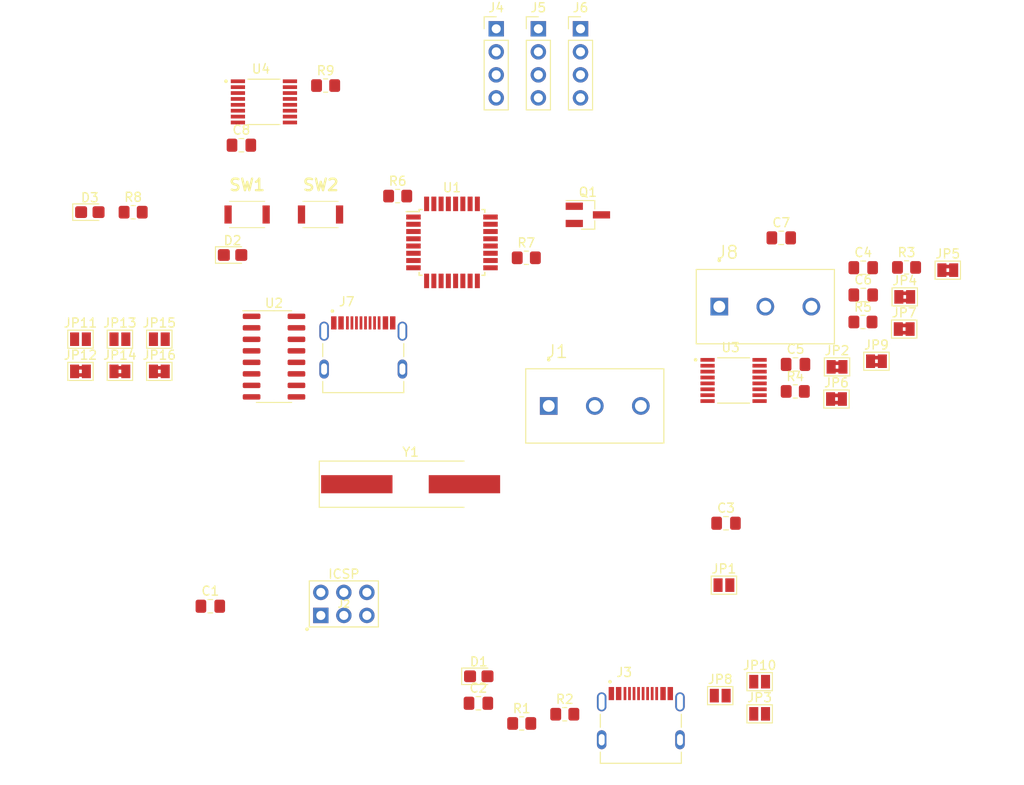
<source format=kicad_pcb>
(kicad_pcb (version 20171130) (host pcbnew "(5.1.10)-1")

  (general
    (thickness 1.6)
    (drawings 0)
    (tracks 0)
    (zones 0)
    (modules 52)
    (nets 78)
  )

  (page A4)
  (layers
    (0 F.Cu signal)
    (31 B.Cu signal)
    (32 B.Adhes user)
    (33 F.Adhes user)
    (34 B.Paste user)
    (35 F.Paste user)
    (36 B.SilkS user)
    (37 F.SilkS user)
    (38 B.Mask user)
    (39 F.Mask user)
    (40 Dwgs.User user)
    (41 Cmts.User user)
    (42 Eco1.User user)
    (43 Eco2.User user)
    (44 Edge.Cuts user)
    (45 Margin user)
    (46 B.CrtYd user)
    (47 F.CrtYd user)
    (48 B.Fab user)
    (49 F.Fab user)
  )

  (setup
    (last_trace_width 0.25)
    (trace_clearance 0.2)
    (zone_clearance 0.508)
    (zone_45_only no)
    (trace_min 0.2)
    (via_size 0.8)
    (via_drill 0.4)
    (via_min_size 0.4)
    (via_min_drill 0.3)
    (uvia_size 0.3)
    (uvia_drill 0.1)
    (uvias_allowed no)
    (uvia_min_size 0.2)
    (uvia_min_drill 0.1)
    (edge_width 0.05)
    (segment_width 0.2)
    (pcb_text_width 0.3)
    (pcb_text_size 1.5 1.5)
    (mod_edge_width 0.12)
    (mod_text_size 1 1)
    (mod_text_width 0.15)
    (pad_size 1.524 1.524)
    (pad_drill 0.762)
    (pad_to_mask_clearance 0)
    (aux_axis_origin 0 0)
    (visible_elements 7FFFFFFF)
    (pcbplotparams
      (layerselection 0x010fc_ffffffff)
      (usegerberextensions false)
      (usegerberattributes true)
      (usegerberadvancedattributes true)
      (creategerberjobfile true)
      (excludeedgelayer true)
      (linewidth 0.100000)
      (plotframeref false)
      (viasonmask false)
      (mode 1)
      (useauxorigin false)
      (hpglpennumber 1)
      (hpglpenspeed 20)
      (hpglpendiameter 15.000000)
      (psnegative false)
      (psa4output false)
      (plotreference true)
      (plotvalue true)
      (plotinvisibletext false)
      (padsonsilk false)
      (subtractmaskfromsilk false)
      (outputformat 1)
      (mirror false)
      (drillshape 1)
      (scaleselection 1)
      (outputdirectory ""))
  )

  (net 0 "")
  (net 1 XTAL1)
  (net 2 GND)
  (net 3 XTAL2)
  (net 4 VCC)
  (net 5 "Net-(D1-Pad2)")
  (net 6 SCK)
  (net 7 RST)
  (net 8 RX)
  (net 9 TX)
  (net 10 SCL)
  (net 11 SDA)
  (net 12 "Net-(U1-Pad20)")
  (net 13 "Net-(U1-Pad22)")
  (net 14 "Net-(J3-PadA6)")
  (net 15 "Net-(J3-PadB7)")
  (net 16 "Net-(J3-PadA5)")
  (net 17 "Net-(J3-PadB8)")
  (net 18 "Net-(J3-PadA7)")
  (net 19 "Net-(J3-PadB6)")
  (net 20 "Net-(J3-PadA8)")
  (net 21 "Net-(J3-PadB5)")
  (net 22 "Net-(J7-PadA5)")
  (net 23 "Net-(J7-PadB8)")
  (net 24 "Net-(J7-PadA8)")
  (net 25 "Net-(J7-PadB5)")
  (net 26 "Net-(U2-Pad7)")
  (net 27 "Net-(U2-Pad8)")
  (net 28 "Net-(U2-Pad9)")
  (net 29 "Net-(U2-Pad10)")
  (net 30 "Net-(U2-Pad11)")
  (net 31 "Net-(U2-Pad12)")
  (net 32 "Net-(U2-Pad15)")
  (net 33 "Net-(C5-Pad2)")
  (net 34 "Net-(C6-Pad2)")
  (net 35 SIG1A)
  (net 36 SIG1B)
  (net 37 "Net-(J3-PadA4B9)")
  (net 38 "Net-(J3-PadB4A9)")
  (net 39 D+)
  (net 40 D-)
  (net 41 SIG2A)
  (net 42 SIG2B)
  (net 43 "Net-(U1-Pad25)")
  (net 44 "Net-(U1-Pad26)")
  (net 45 EXTRX)
  (net 46 EXTTX)
  (net 47 EXTRST)
  (net 48 "Net-(R6-Pad2)")
  (net 49 "Net-(D2-Pad1)")
  (net 50 "Net-(D2-Pad2)")
  (net 51 STOPRST)
  (net 52 "Net-(Q1-Pad1)")
  (net 53 STOPRST-BTN)
  (net 54 "Net-(U1-Pad12)")
  (net 55 "Net-(C6-Pad1)")
  (net 56 "Net-(JP11-Pad1)")
  (net 57 MUXRX)
  (net 58 "Net-(JP13-Pad1)")
  (net 59 MUXTX)
  (net 60 MUXRST)
  (net 61 "Net-(U2-Pad14)")
  (net 62 "Net-(D3-Pad2)")
  (net 63 LED)
  (net 64 MOSI)
  (net 65 MISO)
  (net 66 "Net-(R9-Pad2)")
  (net 67 MUX1S1)
  (net 68 MUX1S2)
  (net 69 MUX2S0)
  (net 70 MUX2S1)
  (net 71 MUX2S2)
  (net 72 MUX1S0)
  (net 73 "Net-(U4-Pad3)")
  (net 74 "Net-(U4-Pad4)")
  (net 75 "Net-(U4-Pad5)")
  (net 76 "Net-(U4-Pad1)")
  (net 77 "Net-(U4-Pad13)")

  (net_class Default "This is the default net class."
    (clearance 0.2)
    (trace_width 0.25)
    (via_dia 0.8)
    (via_drill 0.4)
    (uvia_dia 0.3)
    (uvia_drill 0.1)
    (add_net D+)
    (add_net D-)
    (add_net EXTRST)
    (add_net EXTRX)
    (add_net EXTTX)
    (add_net GND)
    (add_net LED)
    (add_net MISO)
    (add_net MOSI)
    (add_net MUX1S0)
    (add_net MUX1S1)
    (add_net MUX1S2)
    (add_net MUX2S0)
    (add_net MUX2S1)
    (add_net MUX2S2)
    (add_net MUXRST)
    (add_net MUXRX)
    (add_net MUXTX)
    (add_net "Net-(C5-Pad2)")
    (add_net "Net-(C6-Pad1)")
    (add_net "Net-(C6-Pad2)")
    (add_net "Net-(D1-Pad2)")
    (add_net "Net-(D2-Pad1)")
    (add_net "Net-(D2-Pad2)")
    (add_net "Net-(D3-Pad2)")
    (add_net "Net-(J3-PadA4B9)")
    (add_net "Net-(J3-PadA5)")
    (add_net "Net-(J3-PadA6)")
    (add_net "Net-(J3-PadA7)")
    (add_net "Net-(J3-PadA8)")
    (add_net "Net-(J3-PadB4A9)")
    (add_net "Net-(J3-PadB5)")
    (add_net "Net-(J3-PadB6)")
    (add_net "Net-(J3-PadB7)")
    (add_net "Net-(J3-PadB8)")
    (add_net "Net-(J7-PadA5)")
    (add_net "Net-(J7-PadA8)")
    (add_net "Net-(J7-PadB5)")
    (add_net "Net-(J7-PadB8)")
    (add_net "Net-(JP11-Pad1)")
    (add_net "Net-(JP13-Pad1)")
    (add_net "Net-(Q1-Pad1)")
    (add_net "Net-(R6-Pad2)")
    (add_net "Net-(R9-Pad2)")
    (add_net "Net-(U1-Pad12)")
    (add_net "Net-(U1-Pad20)")
    (add_net "Net-(U1-Pad22)")
    (add_net "Net-(U1-Pad25)")
    (add_net "Net-(U1-Pad26)")
    (add_net "Net-(U2-Pad10)")
    (add_net "Net-(U2-Pad11)")
    (add_net "Net-(U2-Pad12)")
    (add_net "Net-(U2-Pad14)")
    (add_net "Net-(U2-Pad15)")
    (add_net "Net-(U2-Pad7)")
    (add_net "Net-(U2-Pad8)")
    (add_net "Net-(U2-Pad9)")
    (add_net "Net-(U4-Pad1)")
    (add_net "Net-(U4-Pad13)")
    (add_net "Net-(U4-Pad3)")
    (add_net "Net-(U4-Pad4)")
    (add_net "Net-(U4-Pad5)")
    (add_net RST)
    (add_net RX)
    (add_net SCK)
    (add_net SCL)
    (add_net SDA)
    (add_net SIG1A)
    (add_net SIG1B)
    (add_net SIG2A)
    (add_net SIG2B)
    (add_net STOPRST)
    (add_net STOPRST-BTN)
    (add_net TX)
    (add_net VCC)
    (add_net XTAL1)
    (add_net XTAL2)
  )

  (module Capacitor_SMD:C_0805_2012Metric_Pad1.18x1.45mm_HandSolder (layer F.Cu) (tedit 5F68FEEF) (tstamp 6116A267)
    (at 58.279001 181.901001)
    (descr "Capacitor SMD 0805 (2012 Metric), square (rectangular) end terminal, IPC_7351 nominal with elongated pad for handsoldering. (Body size source: IPC-SM-782 page 76, https://www.pcb-3d.com/wordpress/wp-content/uploads/ipc-sm-782a_amendment_1_and_2.pdf, https://docs.google.com/spreadsheets/d/1BsfQQcO9C6DZCsRaXUlFlo91Tg2WpOkGARC1WS5S8t0/edit?usp=sharing), generated with kicad-footprint-generator")
    (tags "capacitor handsolder")
    (path /611448F1)
    (attr smd)
    (fp_text reference C2 (at 0 -1.68) (layer F.SilkS)
      (effects (font (size 1 1) (thickness 0.15)))
    )
    (fp_text value 22p (at 0 1.68) (layer F.Fab)
      (effects (font (size 1 1) (thickness 0.15)))
    )
    (fp_line (start 1.88 0.98) (end -1.88 0.98) (layer F.CrtYd) (width 0.05))
    (fp_line (start 1.88 -0.98) (end 1.88 0.98) (layer F.CrtYd) (width 0.05))
    (fp_line (start -1.88 -0.98) (end 1.88 -0.98) (layer F.CrtYd) (width 0.05))
    (fp_line (start -1.88 0.98) (end -1.88 -0.98) (layer F.CrtYd) (width 0.05))
    (fp_line (start -0.261252 0.735) (end 0.261252 0.735) (layer F.SilkS) (width 0.12))
    (fp_line (start -0.261252 -0.735) (end 0.261252 -0.735) (layer F.SilkS) (width 0.12))
    (fp_line (start 1 0.625) (end -1 0.625) (layer F.Fab) (width 0.1))
    (fp_line (start 1 -0.625) (end 1 0.625) (layer F.Fab) (width 0.1))
    (fp_line (start -1 -0.625) (end 1 -0.625) (layer F.Fab) (width 0.1))
    (fp_line (start -1 0.625) (end -1 -0.625) (layer F.Fab) (width 0.1))
    (fp_text user %R (at 0 0) (layer F.Fab)
      (effects (font (size 0.5 0.5) (thickness 0.08)))
    )
    (pad 1 smd roundrect (at -1.0375 0) (size 1.175 1.45) (layers F.Cu F.Paste F.Mask) (roundrect_rratio 0.212766)
      (net 3 XTAL2))
    (pad 2 smd roundrect (at 1.0375 0) (size 1.175 1.45) (layers F.Cu F.Paste F.Mask) (roundrect_rratio 0.212766)
      (net 2 GND))
    (model ${KISYS3DMOD}/Capacitor_SMD.3dshapes/C_0805_2012Metric.wrl
      (at (xyz 0 0 0))
      (scale (xyz 1 1 1))
      (rotate (xyz 0 0 0))
    )
  )

  (module Capacitor_SMD:C_0805_2012Metric_Pad1.18x1.45mm_HandSolder (layer F.Cu) (tedit 5F68FEEF) (tstamp 6116A278)
    (at 85.599001 162.041001)
    (descr "Capacitor SMD 0805 (2012 Metric), square (rectangular) end terminal, IPC_7351 nominal with elongated pad for handsoldering. (Body size source: IPC-SM-782 page 76, https://www.pcb-3d.com/wordpress/wp-content/uploads/ipc-sm-782a_amendment_1_and_2.pdf, https://docs.google.com/spreadsheets/d/1BsfQQcO9C6DZCsRaXUlFlo91Tg2WpOkGARC1WS5S8t0/edit?usp=sharing), generated with kicad-footprint-generator")
    (tags "capacitor handsolder")
    (path /6115564D)
    (attr smd)
    (fp_text reference C3 (at 0 -1.68) (layer F.SilkS)
      (effects (font (size 1 1) (thickness 0.15)))
    )
    (fp_text value 100n (at 0 1.68) (layer F.Fab)
      (effects (font (size 1 1) (thickness 0.15)))
    )
    (fp_line (start -1 0.625) (end -1 -0.625) (layer F.Fab) (width 0.1))
    (fp_line (start -1 -0.625) (end 1 -0.625) (layer F.Fab) (width 0.1))
    (fp_line (start 1 -0.625) (end 1 0.625) (layer F.Fab) (width 0.1))
    (fp_line (start 1 0.625) (end -1 0.625) (layer F.Fab) (width 0.1))
    (fp_line (start -0.261252 -0.735) (end 0.261252 -0.735) (layer F.SilkS) (width 0.12))
    (fp_line (start -0.261252 0.735) (end 0.261252 0.735) (layer F.SilkS) (width 0.12))
    (fp_line (start -1.88 0.98) (end -1.88 -0.98) (layer F.CrtYd) (width 0.05))
    (fp_line (start -1.88 -0.98) (end 1.88 -0.98) (layer F.CrtYd) (width 0.05))
    (fp_line (start 1.88 -0.98) (end 1.88 0.98) (layer F.CrtYd) (width 0.05))
    (fp_line (start 1.88 0.98) (end -1.88 0.98) (layer F.CrtYd) (width 0.05))
    (fp_text user %R (at 0 0) (layer F.Fab)
      (effects (font (size 0.5 0.5) (thickness 0.08)))
    )
    (pad 2 smd roundrect (at 1.0375 0) (size 1.175 1.45) (layers F.Cu F.Paste F.Mask) (roundrect_rratio 0.212766)
      (net 2 GND))
    (pad 1 smd roundrect (at -1.0375 0) (size 1.175 1.45) (layers F.Cu F.Paste F.Mask) (roundrect_rratio 0.212766)
      (net 4 VCC))
    (model ${KISYS3DMOD}/Capacitor_SMD.3dshapes/C_0805_2012Metric.wrl
      (at (xyz 0 0 0))
      (scale (xyz 1 1 1))
      (rotate (xyz 0 0 0))
    )
  )

  (module LED_SMD:LED_0805_2012Metric_Castellated (layer F.Cu) (tedit 5F68FEF1) (tstamp 6116A28B)
    (at 58.319001 178.926001)
    (descr "LED SMD 0805 (2012 Metric), castellated end terminal, IPC_7351 nominal, (Body size source: https://docs.google.com/spreadsheets/d/1BsfQQcO9C6DZCsRaXUlFlo91Tg2WpOkGARC1WS5S8t0/edit?usp=sharing), generated with kicad-footprint-generator")
    (tags "LED castellated")
    (path /6113FB23)
    (attr smd)
    (fp_text reference D1 (at 0 -1.6) (layer F.SilkS)
      (effects (font (size 1 1) (thickness 0.15)))
    )
    (fp_text value 17-21/BHC-XL2M2TY/3T (at 0 1.6) (layer F.Fab)
      (effects (font (size 1 1) (thickness 0.15)))
    )
    (fp_line (start 1.88 0.9) (end -1.88 0.9) (layer F.CrtYd) (width 0.05))
    (fp_line (start 1.88 -0.9) (end 1.88 0.9) (layer F.CrtYd) (width 0.05))
    (fp_line (start -1.88 -0.9) (end 1.88 -0.9) (layer F.CrtYd) (width 0.05))
    (fp_line (start -1.88 0.9) (end -1.88 -0.9) (layer F.CrtYd) (width 0.05))
    (fp_line (start -1.885 0.91) (end 1 0.91) (layer F.SilkS) (width 0.12))
    (fp_line (start -1.885 -0.91) (end -1.885 0.91) (layer F.SilkS) (width 0.12))
    (fp_line (start 1 -0.91) (end -1.885 -0.91) (layer F.SilkS) (width 0.12))
    (fp_line (start 1 0.6) (end 1 -0.6) (layer F.Fab) (width 0.1))
    (fp_line (start -1 0.6) (end 1 0.6) (layer F.Fab) (width 0.1))
    (fp_line (start -1 -0.3) (end -1 0.6) (layer F.Fab) (width 0.1))
    (fp_line (start -0.7 -0.6) (end -1 -0.3) (layer F.Fab) (width 0.1))
    (fp_line (start 1 -0.6) (end -0.7 -0.6) (layer F.Fab) (width 0.1))
    (fp_text user %R (at 0 0) (layer F.Fab)
      (effects (font (size 0.5 0.5) (thickness 0.08)))
    )
    (pad 1 smd roundrect (at -0.9625 0) (size 1.325 1.3) (layers F.Cu F.Paste F.Mask) (roundrect_rratio 0.192308)
      (net 2 GND))
    (pad 2 smd roundrect (at 0.9625 0) (size 1.325 1.3) (layers F.Cu F.Paste F.Mask) (roundrect_rratio 0.192308)
      (net 5 "Net-(D1-Pad2)"))
    (model ${KISYS3DMOD}/LED_SMD.3dshapes/LED_0805_2012Metric_Castellated.wrl
      (at (xyz 0 0 0))
      (scale (xyz 1 1 1))
      (rotate (xyz 0 0 0))
    )
  )

  (module HRO_TYPE-C-31-M-12:HRO_TYPE-C-31-M-12 (layer F.Cu) (tedit 6112D184) (tstamp 6116A2C0)
    (at 76.2 185.928)
    (path /6112D89A)
    (fp_text reference J3 (at -1.825 -7.435) (layer F.SilkS)
      (effects (font (size 1 1) (thickness 0.15)))
    )
    (fp_text value TYPE-C-31-M-12 (at 6.43 4.135) (layer F.Fab)
      (effects (font (size 1 1) (thickness 0.15)))
    )
    (fp_circle (center -3.4 -6.4) (end -3.3 -6.4) (layer F.SilkS) (width 0.2))
    (fp_circle (center -3.4 -6.4) (end -3.3 -6.4) (layer F.Fab) (width 0.2))
    (fp_line (start -5.095 -6.07) (end -5.095 2.85) (layer F.CrtYd) (width 0.05))
    (fp_line (start 5.095 -6.07) (end -5.095 -6.07) (layer F.CrtYd) (width 0.05))
    (fp_line (start 5.095 2.85) (end 5.095 -6.07) (layer F.CrtYd) (width 0.05))
    (fp_line (start -5.095 2.85) (end 5.095 2.85) (layer F.CrtYd) (width 0.05))
    (fp_line (start -4.47 2.6) (end -4.47 1.37) (layer F.SilkS) (width 0.127))
    (fp_line (start 4.47 2.6) (end -4.47 2.6) (layer F.SilkS) (width 0.127))
    (fp_line (start 4.47 1.37) (end 4.47 2.6) (layer F.SilkS) (width 0.127))
    (fp_line (start 4.47 -2.81) (end 4.47 -1.37) (layer F.SilkS) (width 0.127))
    (fp_line (start -4.47 -2.81) (end -4.47 -1.37) (layer F.SilkS) (width 0.127))
    (fp_line (start -4.47 -4.7) (end -4.47 2.6) (layer F.Fab) (width 0.127))
    (fp_line (start 4.47 -4.7) (end -4.47 -4.7) (layer F.Fab) (width 0.127))
    (fp_line (start 4.47 2.6) (end 4.47 -4.7) (layer F.Fab) (width 0.127))
    (fp_line (start -4.47 2.6) (end 4.47 2.6) (layer F.Fab) (width 0.127))
    (pad A1B12 smd rect (at -3.25 -5.095) (size 0.6 1.45) (layers F.Cu F.Paste F.Mask)
      (net 2 GND))
    (pad A4B9 smd rect (at -2.45 -5.095) (size 0.6 1.45) (layers F.Cu F.Paste F.Mask)
      (net 37 "Net-(J3-PadA4B9)"))
    (pad A6 smd rect (at -0.25 -5.095) (size 0.3 1.45) (layers F.Cu F.Paste F.Mask)
      (net 14 "Net-(J3-PadA6)"))
    (pad B7 smd rect (at -0.75 -5.095) (size 0.3 1.45) (layers F.Cu F.Paste F.Mask)
      (net 15 "Net-(J3-PadB7)"))
    (pad A5 smd rect (at -1.25 -5.095) (size 0.3 1.45) (layers F.Cu F.Paste F.Mask)
      (net 16 "Net-(J3-PadA5)"))
    (pad B8 smd rect (at -1.75 -5.095) (size 0.3 1.45) (layers F.Cu F.Paste F.Mask)
      (net 17 "Net-(J3-PadB8)"))
    (pad A7 smd rect (at 0.25 -5.095) (size 0.3 1.45) (layers F.Cu F.Paste F.Mask)
      (net 18 "Net-(J3-PadA7)"))
    (pad B6 smd rect (at 0.75 -5.095) (size 0.3 1.45) (layers F.Cu F.Paste F.Mask)
      (net 19 "Net-(J3-PadB6)"))
    (pad A8 smd rect (at 1.25 -5.095) (size 0.3 1.45) (layers F.Cu F.Paste F.Mask)
      (net 20 "Net-(J3-PadA8)"))
    (pad B5 smd rect (at 1.75 -5.095) (size 0.3 1.45) (layers F.Cu F.Paste F.Mask)
      (net 21 "Net-(J3-PadB5)"))
    (pad B4A9 smd rect (at 2.45 -5.095) (size 0.6 1.45) (layers F.Cu F.Paste F.Mask)
      (net 38 "Net-(J3-PadB4A9)"))
    (pad B1A12 smd rect (at 3.25 -5.095) (size 0.6 1.45) (layers F.Cu F.Paste F.Mask)
      (net 2 GND))
    (pad S1 thru_hole oval (at -4.32 -4.18) (size 1.05 2.1) (drill oval 0.65 1.75) (layers *.Cu *.Mask)
      (net 2 GND))
    (pad S2 thru_hole oval (at 4.32 -4.18) (size 1.05 2.1) (drill oval 0.65 1.75) (layers *.Cu *.Mask)
      (net 2 GND))
    (pad S3 thru_hole oval (at -4.32 0) (size 1.05 2.1) (drill oval 0.65 1.25) (layers *.Cu *.Mask)
      (net 2 GND))
    (pad S4 thru_hole oval (at 4.32 0) (size 1.05 2.1) (drill oval 0.65 1.25) (layers *.Cu *.Mask)
      (net 2 GND))
    (pad None np_thru_hole circle (at -2.89 -3.65) (size 0.7 0.7) (drill 0.7) (layers *.Cu *.Mask))
    (pad None np_thru_hole circle (at 2.89 -3.65) (size 0.7 0.7) (drill 0.7) (layers *.Cu *.Mask))
    (model ${KIPRJMOD}/Libraries/HRO_TYPE-C-31-M-12.models/TYPE-C-31-M-12.step
      (at (xyz 0 0 0))
      (scale (xyz 1 1 1))
      (rotate (xyz -90 0 0))
    )
  )

  (module Jumper:SolderJumper-2_P1.3mm_Open_Pad1.0x1.5mm (layer F.Cu) (tedit 5A3EABFC) (tstamp 6116A325)
    (at 85.369001 168.871001)
    (descr "SMD Solder Jumper, 1x1.5mm Pads, 0.3mm gap, open")
    (tags "solder jumper open")
    (path /6113282A)
    (attr virtual)
    (fp_text reference JP1 (at 0 -1.8) (layer F.SilkS)
      (effects (font (size 1 1) (thickness 0.15)))
    )
    (fp_text value SolderJumper (at 0 1.9) (layer F.Fab)
      (effects (font (size 1 1) (thickness 0.15)))
    )
    (fp_line (start 1.65 1.25) (end -1.65 1.25) (layer F.CrtYd) (width 0.05))
    (fp_line (start 1.65 1.25) (end 1.65 -1.25) (layer F.CrtYd) (width 0.05))
    (fp_line (start -1.65 -1.25) (end -1.65 1.25) (layer F.CrtYd) (width 0.05))
    (fp_line (start -1.65 -1.25) (end 1.65 -1.25) (layer F.CrtYd) (width 0.05))
    (fp_line (start -1.4 -1) (end 1.4 -1) (layer F.SilkS) (width 0.12))
    (fp_line (start 1.4 -1) (end 1.4 1) (layer F.SilkS) (width 0.12))
    (fp_line (start 1.4 1) (end -1.4 1) (layer F.SilkS) (width 0.12))
    (fp_line (start -1.4 1) (end -1.4 -1) (layer F.SilkS) (width 0.12))
    (pad 2 smd rect (at 0.65 0) (size 1 1.5) (layers F.Cu F.Mask)
      (net 14 "Net-(J3-PadA6)"))
    (pad 1 smd rect (at -0.65 0) (size 1 1.5) (layers F.Cu F.Mask)
      (net 11 SDA))
  )

  (module Jumper:SolderJumper-2_P1.3mm_Open_Pad1.0x1.5mm (layer F.Cu) (tedit 5A3EABFC) (tstamp 6116A341)
    (at 89.309001 183.071001)
    (descr "SMD Solder Jumper, 1x1.5mm Pads, 0.3mm gap, open")
    (tags "solder jumper open")
    (path /6118262C)
    (attr virtual)
    (fp_text reference JP3 (at 0 -1.8) (layer F.SilkS)
      (effects (font (size 1 1) (thickness 0.15)))
    )
    (fp_text value SolderJumper (at 0 1.9) (layer F.Fab)
      (effects (font (size 1 1) (thickness 0.15)))
    )
    (fp_line (start -1.4 1) (end -1.4 -1) (layer F.SilkS) (width 0.12))
    (fp_line (start 1.4 1) (end -1.4 1) (layer F.SilkS) (width 0.12))
    (fp_line (start 1.4 -1) (end 1.4 1) (layer F.SilkS) (width 0.12))
    (fp_line (start -1.4 -1) (end 1.4 -1) (layer F.SilkS) (width 0.12))
    (fp_line (start -1.65 -1.25) (end 1.65 -1.25) (layer F.CrtYd) (width 0.05))
    (fp_line (start -1.65 -1.25) (end -1.65 1.25) (layer F.CrtYd) (width 0.05))
    (fp_line (start 1.65 1.25) (end 1.65 -1.25) (layer F.CrtYd) (width 0.05))
    (fp_line (start 1.65 1.25) (end -1.65 1.25) (layer F.CrtYd) (width 0.05))
    (pad 1 smd rect (at -0.65 0) (size 1 1.5) (layers F.Cu F.Mask)
      (net 10 SCL))
    (pad 2 smd rect (at 0.65 0) (size 1 1.5) (layers F.Cu F.Mask)
      (net 18 "Net-(J3-PadA7)"))
  )

  (module Jumper:SolderJumper-2_P1.3mm_Open_Pad1.0x1.5mm (layer F.Cu) (tedit 5A3EABFC) (tstamp 6116A387)
    (at 84.959001 181.061001)
    (descr "SMD Solder Jumper, 1x1.5mm Pads, 0.3mm gap, open")
    (tags "solder jumper open")
    (path /611A3587)
    (attr virtual)
    (fp_text reference JP8 (at 0 -1.8) (layer F.SilkS)
      (effects (font (size 1 1) (thickness 0.15)))
    )
    (fp_text value SolderJumper (at 0 1.9) (layer F.Fab)
      (effects (font (size 1 1) (thickness 0.15)))
    )
    (fp_line (start -1.4 1) (end -1.4 -1) (layer F.SilkS) (width 0.12))
    (fp_line (start 1.4 1) (end -1.4 1) (layer F.SilkS) (width 0.12))
    (fp_line (start 1.4 -1) (end 1.4 1) (layer F.SilkS) (width 0.12))
    (fp_line (start -1.4 -1) (end 1.4 -1) (layer F.SilkS) (width 0.12))
    (fp_line (start -1.65 -1.25) (end 1.65 -1.25) (layer F.CrtYd) (width 0.05))
    (fp_line (start -1.65 -1.25) (end -1.65 1.25) (layer F.CrtYd) (width 0.05))
    (fp_line (start 1.65 1.25) (end 1.65 -1.25) (layer F.CrtYd) (width 0.05))
    (fp_line (start 1.65 1.25) (end -1.65 1.25) (layer F.CrtYd) (width 0.05))
    (pad 1 smd rect (at -0.65 0) (size 1 1.5) (layers F.Cu F.Mask)
      (net 10 SCL))
    (pad 2 smd rect (at 0.65 0) (size 1 1.5) (layers F.Cu F.Mask)
      (net 15 "Net-(J3-PadB7)"))
  )

  (module Jumper:SolderJumper-2_P1.3mm_Open_Pad1.0x1.5mm (layer F.Cu) (tedit 5A3EABFC) (tstamp 6116A3A3)
    (at 89.309001 179.521001)
    (descr "SMD Solder Jumper, 1x1.5mm Pads, 0.3mm gap, open")
    (tags "solder jumper open")
    (path /611A3577)
    (attr virtual)
    (fp_text reference JP10 (at 0 -1.8) (layer F.SilkS)
      (effects (font (size 1 1) (thickness 0.15)))
    )
    (fp_text value SolderJumper (at 0 1.9) (layer F.Fab)
      (effects (font (size 1 1) (thickness 0.15)))
    )
    (fp_line (start 1.65 1.25) (end -1.65 1.25) (layer F.CrtYd) (width 0.05))
    (fp_line (start 1.65 1.25) (end 1.65 -1.25) (layer F.CrtYd) (width 0.05))
    (fp_line (start -1.65 -1.25) (end -1.65 1.25) (layer F.CrtYd) (width 0.05))
    (fp_line (start -1.65 -1.25) (end 1.65 -1.25) (layer F.CrtYd) (width 0.05))
    (fp_line (start -1.4 -1) (end 1.4 -1) (layer F.SilkS) (width 0.12))
    (fp_line (start 1.4 -1) (end 1.4 1) (layer F.SilkS) (width 0.12))
    (fp_line (start 1.4 1) (end -1.4 1) (layer F.SilkS) (width 0.12))
    (fp_line (start -1.4 1) (end -1.4 -1) (layer F.SilkS) (width 0.12))
    (pad 2 smd rect (at 0.65 0) (size 1 1.5) (layers F.Cu F.Mask)
      (net 19 "Net-(J3-PadB6)"))
    (pad 1 smd rect (at -0.65 0) (size 1 1.5) (layers F.Cu F.Mask)
      (net 11 SDA))
  )

  (module Resistor_SMD:R_0805_2012Metric_Pad1.20x1.40mm_HandSolder (layer F.Cu) (tedit 5F68FEEE) (tstamp 6116A3B4)
    (at 63.059001 184.131001)
    (descr "Resistor SMD 0805 (2012 Metric), square (rectangular) end terminal, IPC_7351 nominal with elongated pad for handsoldering. (Body size source: IPC-SM-782 page 72, https://www.pcb-3d.com/wordpress/wp-content/uploads/ipc-sm-782a_amendment_1_and_2.pdf), generated with kicad-footprint-generator")
    (tags "resistor handsolder")
    (path /611669B4)
    (attr smd)
    (fp_text reference R1 (at 0 -1.65) (layer F.SilkS)
      (effects (font (size 1 1) (thickness 0.15)))
    )
    (fp_text value 10k (at 0 1.65) (layer F.Fab)
      (effects (font (size 1 1) (thickness 0.15)))
    )
    (fp_line (start 1.85 0.95) (end -1.85 0.95) (layer F.CrtYd) (width 0.05))
    (fp_line (start 1.85 -0.95) (end 1.85 0.95) (layer F.CrtYd) (width 0.05))
    (fp_line (start -1.85 -0.95) (end 1.85 -0.95) (layer F.CrtYd) (width 0.05))
    (fp_line (start -1.85 0.95) (end -1.85 -0.95) (layer F.CrtYd) (width 0.05))
    (fp_line (start -0.227064 0.735) (end 0.227064 0.735) (layer F.SilkS) (width 0.12))
    (fp_line (start -0.227064 -0.735) (end 0.227064 -0.735) (layer F.SilkS) (width 0.12))
    (fp_line (start 1 0.625) (end -1 0.625) (layer F.Fab) (width 0.1))
    (fp_line (start 1 -0.625) (end 1 0.625) (layer F.Fab) (width 0.1))
    (fp_line (start -1 -0.625) (end 1 -0.625) (layer F.Fab) (width 0.1))
    (fp_line (start -1 0.625) (end -1 -0.625) (layer F.Fab) (width 0.1))
    (fp_text user %R (at 0 0) (layer F.Fab)
      (effects (font (size 0.5 0.5) (thickness 0.08)))
    )
    (pad 1 smd roundrect (at -1 0) (size 1.2 1.4) (layers F.Cu F.Paste F.Mask) (roundrect_rratio 0.208333)
      (net 7 RST))
    (pad 2 smd roundrect (at 1 0) (size 1.2 1.4) (layers F.Cu F.Paste F.Mask) (roundrect_rratio 0.208333)
      (net 4 VCC))
    (model ${KISYS3DMOD}/Resistor_SMD.3dshapes/R_0805_2012Metric.wrl
      (at (xyz 0 0 0))
      (scale (xyz 1 1 1))
      (rotate (xyz 0 0 0))
    )
  )

  (module Resistor_SMD:R_0805_2012Metric_Pad1.20x1.40mm_HandSolder (layer F.Cu) (tedit 5F68FEEE) (tstamp 6116A3C5)
    (at 67.809001 183.111001)
    (descr "Resistor SMD 0805 (2012 Metric), square (rectangular) end terminal, IPC_7351 nominal with elongated pad for handsoldering. (Body size source: IPC-SM-782 page 72, https://www.pcb-3d.com/wordpress/wp-content/uploads/ipc-sm-782a_amendment_1_and_2.pdf), generated with kicad-footprint-generator")
    (tags "resistor handsolder")
    (path /6114AFDD)
    (attr smd)
    (fp_text reference R2 (at 0 -1.65) (layer F.SilkS)
      (effects (font (size 1 1) (thickness 0.15)))
    )
    (fp_text value 200 (at 0 1.65) (layer F.Fab)
      (effects (font (size 1 1) (thickness 0.15)))
    )
    (fp_line (start -1 0.625) (end -1 -0.625) (layer F.Fab) (width 0.1))
    (fp_line (start -1 -0.625) (end 1 -0.625) (layer F.Fab) (width 0.1))
    (fp_line (start 1 -0.625) (end 1 0.625) (layer F.Fab) (width 0.1))
    (fp_line (start 1 0.625) (end -1 0.625) (layer F.Fab) (width 0.1))
    (fp_line (start -0.227064 -0.735) (end 0.227064 -0.735) (layer F.SilkS) (width 0.12))
    (fp_line (start -0.227064 0.735) (end 0.227064 0.735) (layer F.SilkS) (width 0.12))
    (fp_line (start -1.85 0.95) (end -1.85 -0.95) (layer F.CrtYd) (width 0.05))
    (fp_line (start -1.85 -0.95) (end 1.85 -0.95) (layer F.CrtYd) (width 0.05))
    (fp_line (start 1.85 -0.95) (end 1.85 0.95) (layer F.CrtYd) (width 0.05))
    (fp_line (start 1.85 0.95) (end -1.85 0.95) (layer F.CrtYd) (width 0.05))
    (fp_text user %R (at 0 0) (layer F.Fab)
      (effects (font (size 0.5 0.5) (thickness 0.08)))
    )
    (pad 2 smd roundrect (at 1 0) (size 1.2 1.4) (layers F.Cu F.Paste F.Mask) (roundrect_rratio 0.208333)
      (net 4 VCC))
    (pad 1 smd roundrect (at -1 0) (size 1.2 1.4) (layers F.Cu F.Paste F.Mask) (roundrect_rratio 0.208333)
      (net 5 "Net-(D1-Pad2)"))
    (model ${KISYS3DMOD}/Resistor_SMD.3dshapes/R_0805_2012Metric.wrl
      (at (xyz 0 0 0))
      (scale (xyz 1 1 1))
      (rotate (xyz 0 0 0))
    )
  )

  (module Crystal:Crystal_SMD_HC49-SD_HandSoldering (layer F.Cu) (tedit 5A1AD52C) (tstamp 6116A412)
    (at 50.8 157.734)
    (descr "SMD Crystal HC-49-SD http://cdn-reichelt.de/documents/datenblatt/B400/xxx-HC49-SMD.pdf, hand-soldering, 11.4x4.7mm^2 package")
    (tags "SMD SMT crystal hand-soldering")
    (path /6113484F)
    (attr smd)
    (fp_text reference Y1 (at 0 -3.55) (layer F.SilkS)
      (effects (font (size 1 1) (thickness 0.15)))
    )
    (fp_text value 16MHz (at 0 3.55) (layer F.Fab)
      (effects (font (size 1 1) (thickness 0.15)))
    )
    (fp_line (start 10.2 -2.6) (end -10.2 -2.6) (layer F.CrtYd) (width 0.05))
    (fp_line (start 10.2 2.6) (end 10.2 -2.6) (layer F.CrtYd) (width 0.05))
    (fp_line (start -10.2 2.6) (end 10.2 2.6) (layer F.CrtYd) (width 0.05))
    (fp_line (start -10.2 -2.6) (end -10.2 2.6) (layer F.CrtYd) (width 0.05))
    (fp_line (start -10.075 2.55) (end 5.9 2.55) (layer F.SilkS) (width 0.12))
    (fp_line (start -10.075 -2.55) (end -10.075 2.55) (layer F.SilkS) (width 0.12))
    (fp_line (start 5.9 -2.55) (end -10.075 -2.55) (layer F.SilkS) (width 0.12))
    (fp_line (start -3.015 2.115) (end 3.015 2.115) (layer F.Fab) (width 0.1))
    (fp_line (start -3.015 -2.115) (end 3.015 -2.115) (layer F.Fab) (width 0.1))
    (fp_line (start 5.7 -2.35) (end -5.7 -2.35) (layer F.Fab) (width 0.1))
    (fp_line (start 5.7 2.35) (end 5.7 -2.35) (layer F.Fab) (width 0.1))
    (fp_line (start -5.7 2.35) (end 5.7 2.35) (layer F.Fab) (width 0.1))
    (fp_line (start -5.7 -2.35) (end -5.7 2.35) (layer F.Fab) (width 0.1))
    (fp_text user %R (at 0 0) (layer F.Fab)
      (effects (font (size 1 1) (thickness 0.15)))
    )
    (fp_arc (start -3.015 0) (end -3.015 -2.115) (angle -180) (layer F.Fab) (width 0.1))
    (fp_arc (start 3.015 0) (end 3.015 -2.115) (angle 180) (layer F.Fab) (width 0.1))
    (pad 1 smd rect (at -5.9375 0) (size 7.875 2) (layers F.Cu F.Paste F.Mask)
      (net 1 XTAL1))
    (pad 2 smd rect (at 5.9375 0) (size 7.875 2) (layers F.Cu F.Paste F.Mask)
      (net 3 XTAL2))
    (model ${KISYS3DMOD}/Crystal.3dshapes/Crystal_SMD_HC49-SD.wrl
      (at (xyz 0 0 0))
      (scale (xyz 1 1 1))
      (rotate (xyz 0 0 0))
    )
  )

  (module Capacitor_SMD:C_0805_2012Metric_Pad1.18x1.45mm_HandSolder (layer F.Cu) (tedit 5F68FEEF) (tstamp 6116A948)
    (at 28.702 171.196)
    (descr "Capacitor SMD 0805 (2012 Metric), square (rectangular) end terminal, IPC_7351 nominal with elongated pad for handsoldering. (Body size source: IPC-SM-782 page 76, https://www.pcb-3d.com/wordpress/wp-content/uploads/ipc-sm-782a_amendment_1_and_2.pdf, https://docs.google.com/spreadsheets/d/1BsfQQcO9C6DZCsRaXUlFlo91Tg2WpOkGARC1WS5S8t0/edit?usp=sharing), generated with kicad-footprint-generator")
    (tags "capacitor handsolder")
    (path /6113DC2F)
    (attr smd)
    (fp_text reference C1 (at 0 -1.68) (layer F.SilkS)
      (effects (font (size 1 1) (thickness 0.15)))
    )
    (fp_text value 22p (at 0 1.68) (layer F.Fab)
      (effects (font (size 1 1) (thickness 0.15)))
    )
    (fp_line (start 1.88 0.98) (end -1.88 0.98) (layer F.CrtYd) (width 0.05))
    (fp_line (start 1.88 -0.98) (end 1.88 0.98) (layer F.CrtYd) (width 0.05))
    (fp_line (start -1.88 -0.98) (end 1.88 -0.98) (layer F.CrtYd) (width 0.05))
    (fp_line (start -1.88 0.98) (end -1.88 -0.98) (layer F.CrtYd) (width 0.05))
    (fp_line (start -0.261252 0.735) (end 0.261252 0.735) (layer F.SilkS) (width 0.12))
    (fp_line (start -0.261252 -0.735) (end 0.261252 -0.735) (layer F.SilkS) (width 0.12))
    (fp_line (start 1 0.625) (end -1 0.625) (layer F.Fab) (width 0.1))
    (fp_line (start 1 -0.625) (end 1 0.625) (layer F.Fab) (width 0.1))
    (fp_line (start -1 -0.625) (end 1 -0.625) (layer F.Fab) (width 0.1))
    (fp_line (start -1 0.625) (end -1 -0.625) (layer F.Fab) (width 0.1))
    (fp_text user %R (at 0 0) (layer F.Fab)
      (effects (font (size 0.5 0.5) (thickness 0.08)))
    )
    (pad 1 smd roundrect (at -1.0375 0) (size 1.175 1.45) (layers F.Cu F.Paste F.Mask) (roundrect_rratio 0.212766)
      (net 1 XTAL1))
    (pad 2 smd roundrect (at 1.0375 0) (size 1.175 1.45) (layers F.Cu F.Paste F.Mask) (roundrect_rratio 0.212766)
      (net 2 GND))
    (model ${KISYS3DMOD}/Capacitor_SMD.3dshapes/C_0805_2012Metric.wrl
      (at (xyz 0 0 0))
      (scale (xyz 1 1 1))
      (rotate (xyz 0 0 0))
    )
  )

  (module CUI_TB006-508-03BE:CUI_TB006-508-03BE (layer F.Cu) (tedit 6113F46A) (tstamp 6116A96C)
    (at 66.04 149.098)
    (path /6117AFF9)
    (fp_text reference J1 (at 0.905 -5.989) (layer F.SilkS)
      (effects (font (size 1.4 1.4) (thickness 0.15)))
    )
    (fp_text value Screw_Terminal_01x03 (at 12.462 5.461) (layer F.Fab)
      (effects (font (size 1.4 1.4) (thickness 0.15)))
    )
    (fp_circle (center 0 -5.1) (end 0.1 -5.1) (layer F.Fab) (width 0.2))
    (fp_circle (center 0 -5.1) (end 0.1 -5.1) (layer F.SilkS) (width 0.2))
    (fp_line (start 12.95 -4.35) (end 12.95 4.35) (layer F.CrtYd) (width 0.05))
    (fp_line (start -2.79 4.35) (end -2.79 -4.35) (layer F.CrtYd) (width 0.05))
    (fp_line (start 12.95 4.35) (end -2.79 4.35) (layer F.CrtYd) (width 0.05))
    (fp_line (start -2.79 -4.35) (end 12.95 -4.35) (layer F.CrtYd) (width 0.05))
    (fp_line (start 12.7 4.1) (end -2.54 4.1) (layer F.SilkS) (width 0.127))
    (fp_line (start -2.54 -4.1) (end 12.7 -4.1) (layer F.SilkS) (width 0.127))
    (fp_line (start 12.7 -4.1) (end 12.7 4.1) (layer F.SilkS) (width 0.127))
    (fp_line (start -2.54 4.1) (end -2.54 -4.1) (layer F.SilkS) (width 0.127))
    (fp_line (start 12.7 4.1) (end -2.54 4.1) (layer F.Fab) (width 0.127))
    (fp_line (start 12.7 -4.1) (end 12.7 4.1) (layer F.Fab) (width 0.127))
    (fp_line (start -2.54 -4.1) (end 12.7 -4.1) (layer F.Fab) (width 0.127))
    (fp_line (start -2.54 4.1) (end -2.54 -4.1) (layer F.Fab) (width 0.127))
    (pad 1 thru_hole rect (at 0 0) (size 1.95 1.95) (drill 1.3) (layers *.Cu *.Mask)
      (net 35 SIG1A))
    (pad 2 thru_hole circle (at 5.08 0) (size 1.95 1.95) (drill 1.3) (layers *.Cu *.Mask)
      (net 36 SIG1B))
    (pad 3 thru_hole circle (at 10.16 0) (size 1.95 1.95) (drill 1.3) (layers *.Cu *.Mask)
      (net 2 GND))
    (model ${KIPRJMOD}/Libraries/CUI_TB006-508-03BE.models/TB006-508-03BE.step
      (at (xyz 0 0 0))
      (scale (xyz 1 1 1))
      (rotate (xyz -90 0 0))
    )
  )

  (module HRO_TYPE-C-31-M-12:HRO_TYPE-C-31-M-12 (layer F.Cu) (tedit 6112D184) (tstamp 6116ABF1)
    (at 45.574001 145.030001)
    (path /6118AF6C)
    (fp_text reference J7 (at -1.825 -7.435) (layer F.SilkS)
      (effects (font (size 1 1) (thickness 0.15)))
    )
    (fp_text value TYPE-C-31-M-12 (at 6.43 4.135) (layer F.Fab)
      (effects (font (size 1 1) (thickness 0.15)))
    )
    (fp_line (start -4.47 2.6) (end 4.47 2.6) (layer F.Fab) (width 0.127))
    (fp_line (start 4.47 2.6) (end 4.47 -4.7) (layer F.Fab) (width 0.127))
    (fp_line (start 4.47 -4.7) (end -4.47 -4.7) (layer F.Fab) (width 0.127))
    (fp_line (start -4.47 -4.7) (end -4.47 2.6) (layer F.Fab) (width 0.127))
    (fp_line (start -4.47 -2.81) (end -4.47 -1.37) (layer F.SilkS) (width 0.127))
    (fp_line (start 4.47 -2.81) (end 4.47 -1.37) (layer F.SilkS) (width 0.127))
    (fp_line (start 4.47 1.37) (end 4.47 2.6) (layer F.SilkS) (width 0.127))
    (fp_line (start 4.47 2.6) (end -4.47 2.6) (layer F.SilkS) (width 0.127))
    (fp_line (start -4.47 2.6) (end -4.47 1.37) (layer F.SilkS) (width 0.127))
    (fp_line (start -5.095 2.85) (end 5.095 2.85) (layer F.CrtYd) (width 0.05))
    (fp_line (start 5.095 2.85) (end 5.095 -6.07) (layer F.CrtYd) (width 0.05))
    (fp_line (start 5.095 -6.07) (end -5.095 -6.07) (layer F.CrtYd) (width 0.05))
    (fp_line (start -5.095 -6.07) (end -5.095 2.85) (layer F.CrtYd) (width 0.05))
    (fp_circle (center -3.4 -6.4) (end -3.3 -6.4) (layer F.Fab) (width 0.2))
    (fp_circle (center -3.4 -6.4) (end -3.3 -6.4) (layer F.SilkS) (width 0.2))
    (pad A1B12 smd rect (at -3.25 -5.095) (size 0.6 1.45) (layers F.Cu F.Paste F.Mask)
      (net 2 GND))
    (pad A4B9 smd rect (at -2.45 -5.095) (size 0.6 1.45) (layers F.Cu F.Paste F.Mask)
      (net 4 VCC))
    (pad A6 smd rect (at -0.25 -5.095) (size 0.3 1.45) (layers F.Cu F.Paste F.Mask)
      (net 39 D+))
    (pad B7 smd rect (at -0.75 -5.095) (size 0.3 1.45) (layers F.Cu F.Paste F.Mask)
      (net 40 D-))
    (pad A5 smd rect (at -1.25 -5.095) (size 0.3 1.45) (layers F.Cu F.Paste F.Mask)
      (net 22 "Net-(J7-PadA5)"))
    (pad B8 smd rect (at -1.75 -5.095) (size 0.3 1.45) (layers F.Cu F.Paste F.Mask)
      (net 23 "Net-(J7-PadB8)"))
    (pad A7 smd rect (at 0.25 -5.095) (size 0.3 1.45) (layers F.Cu F.Paste F.Mask)
      (net 40 D-))
    (pad B6 smd rect (at 0.75 -5.095) (size 0.3 1.45) (layers F.Cu F.Paste F.Mask)
      (net 39 D+))
    (pad A8 smd rect (at 1.25 -5.095) (size 0.3 1.45) (layers F.Cu F.Paste F.Mask)
      (net 24 "Net-(J7-PadA8)"))
    (pad B5 smd rect (at 1.75 -5.095) (size 0.3 1.45) (layers F.Cu F.Paste F.Mask)
      (net 25 "Net-(J7-PadB5)"))
    (pad B4A9 smd rect (at 2.45 -5.095) (size 0.6 1.45) (layers F.Cu F.Paste F.Mask)
      (net 4 VCC))
    (pad B1A12 smd rect (at 3.25 -5.095) (size 0.6 1.45) (layers F.Cu F.Paste F.Mask)
      (net 2 GND))
    (pad S1 thru_hole oval (at -4.32 -4.18) (size 1.05 2.1) (drill oval 0.65 1.75) (layers *.Cu *.Mask)
      (net 2 GND))
    (pad S2 thru_hole oval (at 4.32 -4.18) (size 1.05 2.1) (drill oval 0.65 1.75) (layers *.Cu *.Mask)
      (net 2 GND))
    (pad S3 thru_hole oval (at -4.32 0) (size 1.05 2.1) (drill oval 0.65 1.25) (layers *.Cu *.Mask)
      (net 2 GND))
    (pad S4 thru_hole oval (at 4.32 0) (size 1.05 2.1) (drill oval 0.65 1.25) (layers *.Cu *.Mask)
      (net 2 GND))
    (pad None np_thru_hole circle (at -2.89 -3.65) (size 0.7 0.7) (drill 0.7) (layers *.Cu *.Mask))
    (pad None np_thru_hole circle (at 2.89 -3.65) (size 0.7 0.7) (drill 0.7) (layers *.Cu *.Mask))
    (model ${KIPRJMOD}/Libraries/HRO_TYPE-C-31-M-12.models/TYPE-C-31-M-12.step
      (at (xyz 0 0 0))
      (scale (xyz 1 1 1))
      (rotate (xyz -90 0 0))
    )
  )

  (module Package_SO:SOIC-16_3.9x9.9mm_P1.27mm (layer F.Cu) (tedit 5D9F72B1) (tstamp 6116AC13)
    (at 35.729001 143.655001)
    (descr "SOIC, 16 Pin (JEDEC MS-012AC, https://www.analog.com/media/en/package-pcb-resources/package/pkg_pdf/soic_narrow-r/r_16.pdf), generated with kicad-footprint-generator ipc_gullwing_generator.py")
    (tags "SOIC SO")
    (path /6118DFFB)
    (attr smd)
    (fp_text reference U2 (at 0 -5.9) (layer F.SilkS)
      (effects (font (size 1 1) (thickness 0.15)))
    )
    (fp_text value CH340C (at 0 5.9) (layer F.Fab)
      (effects (font (size 1 1) (thickness 0.15)))
    )
    (fp_line (start 0 5.06) (end 1.95 5.06) (layer F.SilkS) (width 0.12))
    (fp_line (start 0 5.06) (end -1.95 5.06) (layer F.SilkS) (width 0.12))
    (fp_line (start 0 -5.06) (end 1.95 -5.06) (layer F.SilkS) (width 0.12))
    (fp_line (start 0 -5.06) (end -3.45 -5.06) (layer F.SilkS) (width 0.12))
    (fp_line (start -0.975 -4.95) (end 1.95 -4.95) (layer F.Fab) (width 0.1))
    (fp_line (start 1.95 -4.95) (end 1.95 4.95) (layer F.Fab) (width 0.1))
    (fp_line (start 1.95 4.95) (end -1.95 4.95) (layer F.Fab) (width 0.1))
    (fp_line (start -1.95 4.95) (end -1.95 -3.975) (layer F.Fab) (width 0.1))
    (fp_line (start -1.95 -3.975) (end -0.975 -4.95) (layer F.Fab) (width 0.1))
    (fp_line (start -3.7 -5.2) (end -3.7 5.2) (layer F.CrtYd) (width 0.05))
    (fp_line (start -3.7 5.2) (end 3.7 5.2) (layer F.CrtYd) (width 0.05))
    (fp_line (start 3.7 5.2) (end 3.7 -5.2) (layer F.CrtYd) (width 0.05))
    (fp_line (start 3.7 -5.2) (end -3.7 -5.2) (layer F.CrtYd) (width 0.05))
    (fp_text user %R (at 0 0) (layer F.Fab)
      (effects (font (size 0.98 0.98) (thickness 0.15)))
    )
    (pad 1 smd roundrect (at -2.475 -4.445) (size 1.95 0.6) (layers F.Cu F.Paste F.Mask) (roundrect_rratio 0.25)
      (net 2 GND))
    (pad 2 smd roundrect (at -2.475 -3.175) (size 1.95 0.6) (layers F.Cu F.Paste F.Mask) (roundrect_rratio 0.25)
      (net 56 "Net-(JP11-Pad1)"))
    (pad 3 smd roundrect (at -2.475 -1.905) (size 1.95 0.6) (layers F.Cu F.Paste F.Mask) (roundrect_rratio 0.25)
      (net 58 "Net-(JP13-Pad1)"))
    (pad 4 smd roundrect (at -2.475 -0.635) (size 1.95 0.6) (layers F.Cu F.Paste F.Mask) (roundrect_rratio 0.25)
      (net 33 "Net-(C5-Pad2)"))
    (pad 5 smd roundrect (at -2.475 0.635) (size 1.95 0.6) (layers F.Cu F.Paste F.Mask) (roundrect_rratio 0.25)
      (net 39 D+))
    (pad 6 smd roundrect (at -2.475 1.905) (size 1.95 0.6) (layers F.Cu F.Paste F.Mask) (roundrect_rratio 0.25)
      (net 40 D-))
    (pad 7 smd roundrect (at -2.475 3.175) (size 1.95 0.6) (layers F.Cu F.Paste F.Mask) (roundrect_rratio 0.25)
      (net 26 "Net-(U2-Pad7)"))
    (pad 8 smd roundrect (at -2.475 4.445) (size 1.95 0.6) (layers F.Cu F.Paste F.Mask) (roundrect_rratio 0.25)
      (net 27 "Net-(U2-Pad8)"))
    (pad 9 smd roundrect (at 2.475 4.445) (size 1.95 0.6) (layers F.Cu F.Paste F.Mask) (roundrect_rratio 0.25)
      (net 28 "Net-(U2-Pad9)"))
    (pad 10 smd roundrect (at 2.475 3.175) (size 1.95 0.6) (layers F.Cu F.Paste F.Mask) (roundrect_rratio 0.25)
      (net 29 "Net-(U2-Pad10)"))
    (pad 11 smd roundrect (at 2.475 1.905) (size 1.95 0.6) (layers F.Cu F.Paste F.Mask) (roundrect_rratio 0.25)
      (net 30 "Net-(U2-Pad11)"))
    (pad 12 smd roundrect (at 2.475 0.635) (size 1.95 0.6) (layers F.Cu F.Paste F.Mask) (roundrect_rratio 0.25)
      (net 31 "Net-(U2-Pad12)"))
    (pad 13 smd roundrect (at 2.475 -0.635) (size 1.95 0.6) (layers F.Cu F.Paste F.Mask) (roundrect_rratio 0.25)
      (net 34 "Net-(C6-Pad2)"))
    (pad 14 smd roundrect (at 2.475 -1.905) (size 1.95 0.6) (layers F.Cu F.Paste F.Mask) (roundrect_rratio 0.25)
      (net 61 "Net-(U2-Pad14)"))
    (pad 15 smd roundrect (at 2.475 -3.175) (size 1.95 0.6) (layers F.Cu F.Paste F.Mask) (roundrect_rratio 0.25)
      (net 32 "Net-(U2-Pad15)"))
    (pad 16 smd roundrect (at 2.475 -4.445) (size 1.95 0.6) (layers F.Cu F.Paste F.Mask) (roundrect_rratio 0.25)
      (net 4 VCC))
    (model ${KISYS3DMOD}/Package_SO.3dshapes/SOIC-16_3.9x9.9mm_P1.27mm.wrl
      (at (xyz 0 0 0))
      (scale (xyz 1 1 1))
      (rotate (xyz 0 0 0))
    )
  )

  (module Capacitor_SMD:C_0805_2012Metric_Pad1.18x1.45mm_HandSolder (layer F.Cu) (tedit 5F68FEEF) (tstamp 6119433C)
    (at 100.737001 133.847001)
    (descr "Capacitor SMD 0805 (2012 Metric), square (rectangular) end terminal, IPC_7351 nominal with elongated pad for handsoldering. (Body size source: IPC-SM-782 page 76, https://www.pcb-3d.com/wordpress/wp-content/uploads/ipc-sm-782a_amendment_1_and_2.pdf, https://docs.google.com/spreadsheets/d/1BsfQQcO9C6DZCsRaXUlFlo91Tg2WpOkGARC1WS5S8t0/edit?usp=sharing), generated with kicad-footprint-generator")
    (tags "capacitor handsolder")
    (path /612767EE)
    (attr smd)
    (fp_text reference C4 (at 0 -1.68) (layer F.SilkS)
      (effects (font (size 1 1) (thickness 0.15)))
    )
    (fp_text value 100n (at 0 1.68) (layer F.Fab)
      (effects (font (size 1 1) (thickness 0.15)))
    )
    (fp_line (start -1 0.625) (end -1 -0.625) (layer F.Fab) (width 0.1))
    (fp_line (start -1 -0.625) (end 1 -0.625) (layer F.Fab) (width 0.1))
    (fp_line (start 1 -0.625) (end 1 0.625) (layer F.Fab) (width 0.1))
    (fp_line (start 1 0.625) (end -1 0.625) (layer F.Fab) (width 0.1))
    (fp_line (start -0.261252 -0.735) (end 0.261252 -0.735) (layer F.SilkS) (width 0.12))
    (fp_line (start -0.261252 0.735) (end 0.261252 0.735) (layer F.SilkS) (width 0.12))
    (fp_line (start -1.88 0.98) (end -1.88 -0.98) (layer F.CrtYd) (width 0.05))
    (fp_line (start -1.88 -0.98) (end 1.88 -0.98) (layer F.CrtYd) (width 0.05))
    (fp_line (start 1.88 -0.98) (end 1.88 0.98) (layer F.CrtYd) (width 0.05))
    (fp_line (start 1.88 0.98) (end -1.88 0.98) (layer F.CrtYd) (width 0.05))
    (fp_text user %R (at 0 0) (layer F.Fab)
      (effects (font (size 0.5 0.5) (thickness 0.08)))
    )
    (pad 2 smd roundrect (at 1.0375 0) (size 1.175 1.45) (layers F.Cu F.Paste F.Mask) (roundrect_rratio 0.212766)
      (net 2 GND))
    (pad 1 smd roundrect (at -1.0375 0) (size 1.175 1.45) (layers F.Cu F.Paste F.Mask) (roundrect_rratio 0.212766)
      (net 4 VCC))
    (model ${KISYS3DMOD}/Capacitor_SMD.3dshapes/C_0805_2012Metric.wrl
      (at (xyz 0 0 0))
      (scale (xyz 1 1 1))
      (rotate (xyz 0 0 0))
    )
  )

  (module Capacitor_SMD:C_0805_2012Metric_Pad1.18x1.45mm_HandSolder (layer F.Cu) (tedit 5F68FEEF) (tstamp 6119434D)
    (at 93.267001 144.517001)
    (descr "Capacitor SMD 0805 (2012 Metric), square (rectangular) end terminal, IPC_7351 nominal with elongated pad for handsoldering. (Body size source: IPC-SM-782 page 76, https://www.pcb-3d.com/wordpress/wp-content/uploads/ipc-sm-782a_amendment_1_and_2.pdf, https://docs.google.com/spreadsheets/d/1BsfQQcO9C6DZCsRaXUlFlo91Tg2WpOkGARC1WS5S8t0/edit?usp=sharing), generated with kicad-footprint-generator")
    (tags "capacitor handsolder")
    (path /61296637)
    (attr smd)
    (fp_text reference C5 (at 0 -1.68) (layer F.SilkS)
      (effects (font (size 1 1) (thickness 0.15)))
    )
    (fp_text value 100n (at 0 1.68) (layer F.Fab)
      (effects (font (size 1 1) (thickness 0.15)))
    )
    (fp_line (start 1.88 0.98) (end -1.88 0.98) (layer F.CrtYd) (width 0.05))
    (fp_line (start 1.88 -0.98) (end 1.88 0.98) (layer F.CrtYd) (width 0.05))
    (fp_line (start -1.88 -0.98) (end 1.88 -0.98) (layer F.CrtYd) (width 0.05))
    (fp_line (start -1.88 0.98) (end -1.88 -0.98) (layer F.CrtYd) (width 0.05))
    (fp_line (start -0.261252 0.735) (end 0.261252 0.735) (layer F.SilkS) (width 0.12))
    (fp_line (start -0.261252 -0.735) (end 0.261252 -0.735) (layer F.SilkS) (width 0.12))
    (fp_line (start 1 0.625) (end -1 0.625) (layer F.Fab) (width 0.1))
    (fp_line (start 1 -0.625) (end 1 0.625) (layer F.Fab) (width 0.1))
    (fp_line (start -1 -0.625) (end 1 -0.625) (layer F.Fab) (width 0.1))
    (fp_line (start -1 0.625) (end -1 -0.625) (layer F.Fab) (width 0.1))
    (fp_text user %R (at 0 0) (layer F.Fab)
      (effects (font (size 0.5 0.5) (thickness 0.08)))
    )
    (pad 1 smd roundrect (at -1.0375 0) (size 1.175 1.45) (layers F.Cu F.Paste F.Mask) (roundrect_rratio 0.212766)
      (net 2 GND))
    (pad 2 smd roundrect (at 1.0375 0) (size 1.175 1.45) (layers F.Cu F.Paste F.Mask) (roundrect_rratio 0.212766)
      (net 33 "Net-(C5-Pad2)"))
    (model ${KISYS3DMOD}/Capacitor_SMD.3dshapes/C_0805_2012Metric.wrl
      (at (xyz 0 0 0))
      (scale (xyz 1 1 1))
      (rotate (xyz 0 0 0))
    )
  )

  (module Capacitor_SMD:C_0805_2012Metric_Pad1.18x1.45mm_HandSolder (layer F.Cu) (tedit 5F68FEEF) (tstamp 6119435E)
    (at 100.737001 136.857001)
    (descr "Capacitor SMD 0805 (2012 Metric), square (rectangular) end terminal, IPC_7351 nominal with elongated pad for handsoldering. (Body size source: IPC-SM-782 page 76, https://www.pcb-3d.com/wordpress/wp-content/uploads/ipc-sm-782a_amendment_1_and_2.pdf, https://docs.google.com/spreadsheets/d/1BsfQQcO9C6DZCsRaXUlFlo91Tg2WpOkGARC1WS5S8t0/edit?usp=sharing), generated with kicad-footprint-generator")
    (tags "capacitor handsolder")
    (path /6124E822)
    (attr smd)
    (fp_text reference C6 (at 0 -1.68) (layer F.SilkS)
      (effects (font (size 1 1) (thickness 0.15)))
    )
    (fp_text value 100n (at 0 1.68) (layer F.Fab)
      (effects (font (size 1 1) (thickness 0.15)))
    )
    (fp_line (start 1.88 0.98) (end -1.88 0.98) (layer F.CrtYd) (width 0.05))
    (fp_line (start 1.88 -0.98) (end 1.88 0.98) (layer F.CrtYd) (width 0.05))
    (fp_line (start -1.88 -0.98) (end 1.88 -0.98) (layer F.CrtYd) (width 0.05))
    (fp_line (start -1.88 0.98) (end -1.88 -0.98) (layer F.CrtYd) (width 0.05))
    (fp_line (start -0.261252 0.735) (end 0.261252 0.735) (layer F.SilkS) (width 0.12))
    (fp_line (start -0.261252 -0.735) (end 0.261252 -0.735) (layer F.SilkS) (width 0.12))
    (fp_line (start 1 0.625) (end -1 0.625) (layer F.Fab) (width 0.1))
    (fp_line (start 1 -0.625) (end 1 0.625) (layer F.Fab) (width 0.1))
    (fp_line (start -1 -0.625) (end 1 -0.625) (layer F.Fab) (width 0.1))
    (fp_line (start -1 0.625) (end -1 -0.625) (layer F.Fab) (width 0.1))
    (fp_text user %R (at 0 0) (layer F.Fab)
      (effects (font (size 0.5 0.5) (thickness 0.08)))
    )
    (pad 1 smd roundrect (at -1.0375 0) (size 1.175 1.45) (layers F.Cu F.Paste F.Mask) (roundrect_rratio 0.212766)
      (net 55 "Net-(C6-Pad1)"))
    (pad 2 smd roundrect (at 1.0375 0) (size 1.175 1.45) (layers F.Cu F.Paste F.Mask) (roundrect_rratio 0.212766)
      (net 34 "Net-(C6-Pad2)"))
    (model ${KISYS3DMOD}/Capacitor_SMD.3dshapes/C_0805_2012Metric.wrl
      (at (xyz 0 0 0))
      (scale (xyz 1 1 1))
      (rotate (xyz 0 0 0))
    )
  )

  (module CUI_TB006-508-03BE:CUI_TB006-508-03BE (layer F.Cu) (tedit 6113F46A) (tstamp 61194373)
    (at 84.857001 138.142001)
    (path /61192611)
    (fp_text reference J8 (at 0.905 -5.989) (layer F.SilkS)
      (effects (font (size 1.4 1.4) (thickness 0.15)))
    )
    (fp_text value Screw_Terminal_01x03 (at 12.462 5.461) (layer F.Fab)
      (effects (font (size 1.4 1.4) (thickness 0.15)))
    )
    (fp_circle (center 0 -5.1) (end 0.1 -5.1) (layer F.Fab) (width 0.2))
    (fp_circle (center 0 -5.1) (end 0.1 -5.1) (layer F.SilkS) (width 0.2))
    (fp_line (start 12.95 -4.35) (end 12.95 4.35) (layer F.CrtYd) (width 0.05))
    (fp_line (start -2.79 4.35) (end -2.79 -4.35) (layer F.CrtYd) (width 0.05))
    (fp_line (start 12.95 4.35) (end -2.79 4.35) (layer F.CrtYd) (width 0.05))
    (fp_line (start -2.79 -4.35) (end 12.95 -4.35) (layer F.CrtYd) (width 0.05))
    (fp_line (start 12.7 4.1) (end -2.54 4.1) (layer F.SilkS) (width 0.127))
    (fp_line (start -2.54 -4.1) (end 12.7 -4.1) (layer F.SilkS) (width 0.127))
    (fp_line (start 12.7 -4.1) (end 12.7 4.1) (layer F.SilkS) (width 0.127))
    (fp_line (start -2.54 4.1) (end -2.54 -4.1) (layer F.SilkS) (width 0.127))
    (fp_line (start 12.7 4.1) (end -2.54 4.1) (layer F.Fab) (width 0.127))
    (fp_line (start 12.7 -4.1) (end 12.7 4.1) (layer F.Fab) (width 0.127))
    (fp_line (start -2.54 -4.1) (end 12.7 -4.1) (layer F.Fab) (width 0.127))
    (fp_line (start -2.54 4.1) (end -2.54 -4.1) (layer F.Fab) (width 0.127))
    (pad 1 thru_hole rect (at 0 0) (size 1.95 1.95) (drill 1.3) (layers *.Cu *.Mask)
      (net 41 SIG2A))
    (pad 2 thru_hole circle (at 5.08 0) (size 1.95 1.95) (drill 1.3) (layers *.Cu *.Mask)
      (net 42 SIG2B))
    (pad 3 thru_hole circle (at 10.16 0) (size 1.95 1.95) (drill 1.3) (layers *.Cu *.Mask)
      (net 2 GND))
    (model ${KIPRJMOD}/Libraries/CUI_TB006-508-03BE.models/TB006-508-03BE.step
      (at (xyz 0 0 0))
      (scale (xyz 1 1 1))
      (rotate (xyz -90 0 0))
    )
  )

  (module Jumper:SolderJumper-2_P1.3mm_Bridged2Bar_Pad1.0x1.5mm (layer F.Cu) (tedit 5C756A82) (tstamp 61194383)
    (at 97.847001 144.787001)
    (descr "SMD Solder Jumper, 1x1.5mm Pads, 0.3mm gap, bridged with 2 copper strips")
    (tags "solder jumper open")
    (path /6119BC53)
    (attr virtual)
    (fp_text reference JP2 (at 0 -1.8) (layer F.SilkS)
      (effects (font (size 1 1) (thickness 0.15)))
    )
    (fp_text value SolderJumper_Bridged (at 0 1.9) (layer F.Fab)
      (effects (font (size 1 1) (thickness 0.15)))
    )
    (fp_line (start -1.4 1) (end -1.4 -1) (layer F.SilkS) (width 0.12))
    (fp_line (start 1.4 1) (end -1.4 1) (layer F.SilkS) (width 0.12))
    (fp_line (start 1.4 -1) (end 1.4 1) (layer F.SilkS) (width 0.12))
    (fp_line (start -1.4 -1) (end 1.4 -1) (layer F.SilkS) (width 0.12))
    (fp_line (start -1.65 -1.25) (end 1.65 -1.25) (layer F.CrtYd) (width 0.05))
    (fp_line (start -1.65 -1.25) (end -1.65 1.25) (layer F.CrtYd) (width 0.05))
    (fp_line (start 1.65 1.25) (end 1.65 -1.25) (layer F.CrtYd) (width 0.05))
    (fp_line (start 1.65 1.25) (end -1.65 1.25) (layer F.CrtYd) (width 0.05))
    (fp_poly (pts (xy -0.25 0.2) (xy 0.25 0.2) (xy 0.25 0.6) (xy -0.25 0.6)) (layer F.Cu) (width 0))
    (fp_poly (pts (xy -0.25 -0.6) (xy 0.25 -0.6) (xy 0.25 -0.2) (xy -0.25 -0.2)) (layer F.Cu) (width 0))
    (pad 2 smd rect (at 0.65 0) (size 1 1.5) (layers F.Cu F.Mask)
      (net 14 "Net-(J3-PadA6)"))
    (pad 1 smd rect (at -0.65 0) (size 1 1.5) (layers F.Cu F.Mask)
      (net 45 EXTRX))
  )

  (module Jumper:SolderJumper-2_P1.3mm_Bridged2Bar_Pad1.0x1.5mm (layer F.Cu) (tedit 5C756A82) (tstamp 61194393)
    (at 105.317001 137.067001)
    (descr "SMD Solder Jumper, 1x1.5mm Pads, 0.3mm gap, bridged with 2 copper strips")
    (tags "solder jumper open")
    (path /6119D4AD)
    (attr virtual)
    (fp_text reference JP4 (at 0 -1.8) (layer F.SilkS)
      (effects (font (size 1 1) (thickness 0.15)))
    )
    (fp_text value SolderJumper_Bridged (at 0 1.9) (layer F.Fab)
      (effects (font (size 1 1) (thickness 0.15)))
    )
    (fp_poly (pts (xy -0.25 -0.6) (xy 0.25 -0.6) (xy 0.25 -0.2) (xy -0.25 -0.2)) (layer F.Cu) (width 0))
    (fp_poly (pts (xy -0.25 0.2) (xy 0.25 0.2) (xy 0.25 0.6) (xy -0.25 0.6)) (layer F.Cu) (width 0))
    (fp_line (start 1.65 1.25) (end -1.65 1.25) (layer F.CrtYd) (width 0.05))
    (fp_line (start 1.65 1.25) (end 1.65 -1.25) (layer F.CrtYd) (width 0.05))
    (fp_line (start -1.65 -1.25) (end -1.65 1.25) (layer F.CrtYd) (width 0.05))
    (fp_line (start -1.65 -1.25) (end 1.65 -1.25) (layer F.CrtYd) (width 0.05))
    (fp_line (start -1.4 -1) (end 1.4 -1) (layer F.SilkS) (width 0.12))
    (fp_line (start 1.4 -1) (end 1.4 1) (layer F.SilkS) (width 0.12))
    (fp_line (start 1.4 1) (end -1.4 1) (layer F.SilkS) (width 0.12))
    (fp_line (start -1.4 1) (end -1.4 -1) (layer F.SilkS) (width 0.12))
    (pad 1 smd rect (at -0.65 0) (size 1 1.5) (layers F.Cu F.Mask)
      (net 46 EXTTX))
    (pad 2 smd rect (at 0.65 0) (size 1 1.5) (layers F.Cu F.Mask)
      (net 18 "Net-(J3-PadA7)"))
  )

  (module Jumper:SolderJumper-2_P1.3mm_Bridged2Bar_Pad1.0x1.5mm (layer F.Cu) (tedit 5C756A82) (tstamp 611943A3)
    (at 110.067001 134.117001)
    (descr "SMD Solder Jumper, 1x1.5mm Pads, 0.3mm gap, bridged with 2 copper strips")
    (tags "solder jumper open")
    (path /6119DE73)
    (attr virtual)
    (fp_text reference JP5 (at 0 -1.8) (layer F.SilkS)
      (effects (font (size 1 1) (thickness 0.15)))
    )
    (fp_text value SolderJumper_Bridged (at 0 1.9) (layer F.Fab)
      (effects (font (size 1 1) (thickness 0.15)))
    )
    (fp_line (start -1.4 1) (end -1.4 -1) (layer F.SilkS) (width 0.12))
    (fp_line (start 1.4 1) (end -1.4 1) (layer F.SilkS) (width 0.12))
    (fp_line (start 1.4 -1) (end 1.4 1) (layer F.SilkS) (width 0.12))
    (fp_line (start -1.4 -1) (end 1.4 -1) (layer F.SilkS) (width 0.12))
    (fp_line (start -1.65 -1.25) (end 1.65 -1.25) (layer F.CrtYd) (width 0.05))
    (fp_line (start -1.65 -1.25) (end -1.65 1.25) (layer F.CrtYd) (width 0.05))
    (fp_line (start 1.65 1.25) (end 1.65 -1.25) (layer F.CrtYd) (width 0.05))
    (fp_line (start 1.65 1.25) (end -1.65 1.25) (layer F.CrtYd) (width 0.05))
    (fp_poly (pts (xy -0.25 0.2) (xy 0.25 0.2) (xy 0.25 0.6) (xy -0.25 0.6)) (layer F.Cu) (width 0))
    (fp_poly (pts (xy -0.25 -0.6) (xy 0.25 -0.6) (xy 0.25 -0.2) (xy -0.25 -0.2)) (layer F.Cu) (width 0))
    (pad 2 smd rect (at 0.65 0) (size 1 1.5) (layers F.Cu F.Mask)
      (net 20 "Net-(J3-PadA8)"))
    (pad 1 smd rect (at -0.65 0) (size 1 1.5) (layers F.Cu F.Mask)
      (net 47 EXTRST))
  )

  (module Jumper:SolderJumper-2_P1.3mm_Bridged2Bar_Pad1.0x1.5mm (layer F.Cu) (tedit 5C756A82) (tstamp 611943B3)
    (at 97.787001 148.337001)
    (descr "SMD Solder Jumper, 1x1.5mm Pads, 0.3mm gap, bridged with 2 copper strips")
    (tags "solder jumper open")
    (path /6119E34D)
    (attr virtual)
    (fp_text reference JP6 (at 0 -1.8) (layer F.SilkS)
      (effects (font (size 1 1) (thickness 0.15)))
    )
    (fp_text value SolderJumper_Bridged (at 0 1.9) (layer F.Fab)
      (effects (font (size 1 1) (thickness 0.15)))
    )
    (fp_poly (pts (xy -0.25 -0.6) (xy 0.25 -0.6) (xy 0.25 -0.2) (xy -0.25 -0.2)) (layer F.Cu) (width 0))
    (fp_poly (pts (xy -0.25 0.2) (xy 0.25 0.2) (xy 0.25 0.6) (xy -0.25 0.6)) (layer F.Cu) (width 0))
    (fp_line (start 1.65 1.25) (end -1.65 1.25) (layer F.CrtYd) (width 0.05))
    (fp_line (start 1.65 1.25) (end 1.65 -1.25) (layer F.CrtYd) (width 0.05))
    (fp_line (start -1.65 -1.25) (end -1.65 1.25) (layer F.CrtYd) (width 0.05))
    (fp_line (start -1.65 -1.25) (end 1.65 -1.25) (layer F.CrtYd) (width 0.05))
    (fp_line (start -1.4 -1) (end 1.4 -1) (layer F.SilkS) (width 0.12))
    (fp_line (start 1.4 -1) (end 1.4 1) (layer F.SilkS) (width 0.12))
    (fp_line (start 1.4 1) (end -1.4 1) (layer F.SilkS) (width 0.12))
    (fp_line (start -1.4 1) (end -1.4 -1) (layer F.SilkS) (width 0.12))
    (pad 1 smd rect (at -0.65 0) (size 1 1.5) (layers F.Cu F.Mask)
      (net 17 "Net-(J3-PadB8)"))
    (pad 2 smd rect (at 0.65 0) (size 1 1.5) (layers F.Cu F.Mask)
      (net 47 EXTRST))
  )

  (module Jumper:SolderJumper-2_P1.3mm_Bridged2Bar_Pad1.0x1.5mm (layer F.Cu) (tedit 5C756A82) (tstamp 611943C3)
    (at 105.257001 140.617001)
    (descr "SMD Solder Jumper, 1x1.5mm Pads, 0.3mm gap, bridged with 2 copper strips")
    (tags "solder jumper open")
    (path /6119F385)
    (attr virtual)
    (fp_text reference JP7 (at 0 -1.8) (layer F.SilkS)
      (effects (font (size 1 1) (thickness 0.15)))
    )
    (fp_text value SolderJumper_Bridged (at 0 1.9) (layer F.Fab)
      (effects (font (size 1 1) (thickness 0.15)))
    )
    (fp_line (start -1.4 1) (end -1.4 -1) (layer F.SilkS) (width 0.12))
    (fp_line (start 1.4 1) (end -1.4 1) (layer F.SilkS) (width 0.12))
    (fp_line (start 1.4 -1) (end 1.4 1) (layer F.SilkS) (width 0.12))
    (fp_line (start -1.4 -1) (end 1.4 -1) (layer F.SilkS) (width 0.12))
    (fp_line (start -1.65 -1.25) (end 1.65 -1.25) (layer F.CrtYd) (width 0.05))
    (fp_line (start -1.65 -1.25) (end -1.65 1.25) (layer F.CrtYd) (width 0.05))
    (fp_line (start 1.65 1.25) (end 1.65 -1.25) (layer F.CrtYd) (width 0.05))
    (fp_line (start 1.65 1.25) (end -1.65 1.25) (layer F.CrtYd) (width 0.05))
    (fp_poly (pts (xy -0.25 0.2) (xy 0.25 0.2) (xy 0.25 0.6) (xy -0.25 0.6)) (layer F.Cu) (width 0))
    (fp_poly (pts (xy -0.25 -0.6) (xy 0.25 -0.6) (xy 0.25 -0.2) (xy -0.25 -0.2)) (layer F.Cu) (width 0))
    (pad 2 smd rect (at 0.65 0) (size 1 1.5) (layers F.Cu F.Mask)
      (net 46 EXTTX))
    (pad 1 smd rect (at -0.65 0) (size 1 1.5) (layers F.Cu F.Mask)
      (net 15 "Net-(J3-PadB7)"))
  )

  (module Jumper:SolderJumper-2_P1.3mm_Bridged2Bar_Pad1.0x1.5mm (layer F.Cu) (tedit 5C756A82) (tstamp 611943D3)
    (at 102.197001 144.167001)
    (descr "SMD Solder Jumper, 1x1.5mm Pads, 0.3mm gap, bridged with 2 copper strips")
    (tags "solder jumper open")
    (path /6119F7AD)
    (attr virtual)
    (fp_text reference JP9 (at 0 -1.8) (layer F.SilkS)
      (effects (font (size 1 1) (thickness 0.15)))
    )
    (fp_text value SolderJumper_Bridged (at 0 1.9) (layer F.Fab)
      (effects (font (size 1 1) (thickness 0.15)))
    )
    (fp_poly (pts (xy -0.25 -0.6) (xy 0.25 -0.6) (xy 0.25 -0.2) (xy -0.25 -0.2)) (layer F.Cu) (width 0))
    (fp_poly (pts (xy -0.25 0.2) (xy 0.25 0.2) (xy 0.25 0.6) (xy -0.25 0.6)) (layer F.Cu) (width 0))
    (fp_line (start 1.65 1.25) (end -1.65 1.25) (layer F.CrtYd) (width 0.05))
    (fp_line (start 1.65 1.25) (end 1.65 -1.25) (layer F.CrtYd) (width 0.05))
    (fp_line (start -1.65 -1.25) (end -1.65 1.25) (layer F.CrtYd) (width 0.05))
    (fp_line (start -1.65 -1.25) (end 1.65 -1.25) (layer F.CrtYd) (width 0.05))
    (fp_line (start -1.4 -1) (end 1.4 -1) (layer F.SilkS) (width 0.12))
    (fp_line (start 1.4 -1) (end 1.4 1) (layer F.SilkS) (width 0.12))
    (fp_line (start 1.4 1) (end -1.4 1) (layer F.SilkS) (width 0.12))
    (fp_line (start -1.4 1) (end -1.4 -1) (layer F.SilkS) (width 0.12))
    (pad 1 smd rect (at -0.65 0) (size 1 1.5) (layers F.Cu F.Mask)
      (net 19 "Net-(J3-PadB6)"))
    (pad 2 smd rect (at 0.65 0) (size 1 1.5) (layers F.Cu F.Mask)
      (net 45 EXTRX))
  )

  (module Resistor_SMD:R_0805_2012Metric_Pad1.20x1.40mm_HandSolder (layer F.Cu) (tedit 5F68FEEE) (tstamp 611943E4)
    (at 105.517001 133.817001)
    (descr "Resistor SMD 0805 (2012 Metric), square (rectangular) end terminal, IPC_7351 nominal with elongated pad for handsoldering. (Body size source: IPC-SM-782 page 72, https://www.pcb-3d.com/wordpress/wp-content/uploads/ipc-sm-782a_amendment_1_and_2.pdf), generated with kicad-footprint-generator")
    (tags "resistor handsolder")
    (path /611931AE)
    (attr smd)
    (fp_text reference R3 (at 0 -1.65) (layer F.SilkS)
      (effects (font (size 1 1) (thickness 0.15)))
    )
    (fp_text value 120 (at 0 1.65) (layer F.Fab)
      (effects (font (size 1 1) (thickness 0.15)))
    )
    (fp_line (start 1.85 0.95) (end -1.85 0.95) (layer F.CrtYd) (width 0.05))
    (fp_line (start 1.85 -0.95) (end 1.85 0.95) (layer F.CrtYd) (width 0.05))
    (fp_line (start -1.85 -0.95) (end 1.85 -0.95) (layer F.CrtYd) (width 0.05))
    (fp_line (start -1.85 0.95) (end -1.85 -0.95) (layer F.CrtYd) (width 0.05))
    (fp_line (start -0.227064 0.735) (end 0.227064 0.735) (layer F.SilkS) (width 0.12))
    (fp_line (start -0.227064 -0.735) (end 0.227064 -0.735) (layer F.SilkS) (width 0.12))
    (fp_line (start 1 0.625) (end -1 0.625) (layer F.Fab) (width 0.1))
    (fp_line (start 1 -0.625) (end 1 0.625) (layer F.Fab) (width 0.1))
    (fp_line (start -1 -0.625) (end 1 -0.625) (layer F.Fab) (width 0.1))
    (fp_line (start -1 0.625) (end -1 -0.625) (layer F.Fab) (width 0.1))
    (fp_text user %R (at 0 0) (layer F.Fab)
      (effects (font (size 0.5 0.5) (thickness 0.08)))
    )
    (pad 1 smd roundrect (at -1 0) (size 1.2 1.4) (layers F.Cu F.Paste F.Mask) (roundrect_rratio 0.208333)
      (net 7 RST))
    (pad 2 smd roundrect (at 1 0) (size 1.2 1.4) (layers F.Cu F.Paste F.Mask) (roundrect_rratio 0.208333)
      (net 49 "Net-(D2-Pad1)"))
    (model ${KISYS3DMOD}/Resistor_SMD.3dshapes/R_0805_2012Metric.wrl
      (at (xyz 0 0 0))
      (scale (xyz 1 1 1))
      (rotate (xyz 0 0 0))
    )
  )

  (module Resistor_SMD:R_0805_2012Metric_Pad1.20x1.40mm_HandSolder (layer F.Cu) (tedit 5F68FEEE) (tstamp 611943F5)
    (at 93.237001 147.497001)
    (descr "Resistor SMD 0805 (2012 Metric), square (rectangular) end terminal, IPC_7351 nominal with elongated pad for handsoldering. (Body size source: IPC-SM-782 page 72, https://www.pcb-3d.com/wordpress/wp-content/uploads/ipc-sm-782a_amendment_1_and_2.pdf), generated with kicad-footprint-generator")
    (tags "resistor handsolder")
    (path /61303408)
    (attr smd)
    (fp_text reference R4 (at 0 -1.65) (layer F.SilkS)
      (effects (font (size 1 1) (thickness 0.15)))
    )
    (fp_text value 40.2 (at 0 1.65) (layer F.Fab)
      (effects (font (size 1 1) (thickness 0.15)))
    )
    (fp_line (start -1 0.625) (end -1 -0.625) (layer F.Fab) (width 0.1))
    (fp_line (start -1 -0.625) (end 1 -0.625) (layer F.Fab) (width 0.1))
    (fp_line (start 1 -0.625) (end 1 0.625) (layer F.Fab) (width 0.1))
    (fp_line (start 1 0.625) (end -1 0.625) (layer F.Fab) (width 0.1))
    (fp_line (start -0.227064 -0.735) (end 0.227064 -0.735) (layer F.SilkS) (width 0.12))
    (fp_line (start -0.227064 0.735) (end 0.227064 0.735) (layer F.SilkS) (width 0.12))
    (fp_line (start -1.85 0.95) (end -1.85 -0.95) (layer F.CrtYd) (width 0.05))
    (fp_line (start -1.85 -0.95) (end 1.85 -0.95) (layer F.CrtYd) (width 0.05))
    (fp_line (start 1.85 -0.95) (end 1.85 0.95) (layer F.CrtYd) (width 0.05))
    (fp_line (start 1.85 0.95) (end -1.85 0.95) (layer F.CrtYd) (width 0.05))
    (fp_text user %R (at 0 0) (layer F.Fab)
      (effects (font (size 0.5 0.5) (thickness 0.08)))
    )
    (pad 2 smd roundrect (at 1 0) (size 1.2 1.4) (layers F.Cu F.Paste F.Mask) (roundrect_rratio 0.208333)
      (net 37 "Net-(J3-PadA4B9)"))
    (pad 1 smd roundrect (at -1 0) (size 1.2 1.4) (layers F.Cu F.Paste F.Mask) (roundrect_rratio 0.208333)
      (net 4 VCC))
    (model ${KISYS3DMOD}/Resistor_SMD.3dshapes/R_0805_2012Metric.wrl
      (at (xyz 0 0 0))
      (scale (xyz 1 1 1))
      (rotate (xyz 0 0 0))
    )
  )

  (module Resistor_SMD:R_0805_2012Metric_Pad1.20x1.40mm_HandSolder (layer F.Cu) (tedit 5F68FEEE) (tstamp 61194406)
    (at 100.707001 139.837001)
    (descr "Resistor SMD 0805 (2012 Metric), square (rectangular) end terminal, IPC_7351 nominal with elongated pad for handsoldering. (Body size source: IPC-SM-782 page 72, https://www.pcb-3d.com/wordpress/wp-content/uploads/ipc-sm-782a_amendment_1_and_2.pdf), generated with kicad-footprint-generator")
    (tags "resistor handsolder")
    (path /6132AA9D)
    (attr smd)
    (fp_text reference R5 (at 0 -1.65) (layer F.SilkS)
      (effects (font (size 1 1) (thickness 0.15)))
    )
    (fp_text value 40.2 (at 0 1.65) (layer F.Fab)
      (effects (font (size 1 1) (thickness 0.15)))
    )
    (fp_line (start 1.85 0.95) (end -1.85 0.95) (layer F.CrtYd) (width 0.05))
    (fp_line (start 1.85 -0.95) (end 1.85 0.95) (layer F.CrtYd) (width 0.05))
    (fp_line (start -1.85 -0.95) (end 1.85 -0.95) (layer F.CrtYd) (width 0.05))
    (fp_line (start -1.85 0.95) (end -1.85 -0.95) (layer F.CrtYd) (width 0.05))
    (fp_line (start -0.227064 0.735) (end 0.227064 0.735) (layer F.SilkS) (width 0.12))
    (fp_line (start -0.227064 -0.735) (end 0.227064 -0.735) (layer F.SilkS) (width 0.12))
    (fp_line (start 1 0.625) (end -1 0.625) (layer F.Fab) (width 0.1))
    (fp_line (start 1 -0.625) (end 1 0.625) (layer F.Fab) (width 0.1))
    (fp_line (start -1 -0.625) (end 1 -0.625) (layer F.Fab) (width 0.1))
    (fp_line (start -1 0.625) (end -1 -0.625) (layer F.Fab) (width 0.1))
    (fp_text user %R (at 0 0) (layer F.Fab)
      (effects (font (size 0.5 0.5) (thickness 0.08)))
    )
    (pad 1 smd roundrect (at -1 0) (size 1.2 1.4) (layers F.Cu F.Paste F.Mask) (roundrect_rratio 0.208333)
      (net 4 VCC))
    (pad 2 smd roundrect (at 1 0) (size 1.2 1.4) (layers F.Cu F.Paste F.Mask) (roundrect_rratio 0.208333)
      (net 38 "Net-(J3-PadB4A9)"))
    (model ${KISYS3DMOD}/Resistor_SMD.3dshapes/R_0805_2012Metric.wrl
      (at (xyz 0 0 0))
      (scale (xyz 1 1 1))
      (rotate (xyz 0 0 0))
    )
  )

  (module CD74HC4053PWR:SOP65P640X120-16N (layer F.Cu) (tedit 6118E265) (tstamp 61194426)
    (at 86.432001 146.287001)
    (path /611A257A)
    (fp_text reference U3 (at -0.325 -3.635) (layer F.SilkS)
      (effects (font (size 1 1) (thickness 0.15)))
    )
    (fp_text value CD74HC4053PWR (at 7.295 3.635) (layer F.Fab)
      (effects (font (size 1 1) (thickness 0.15)))
    )
    (fp_line (start 1.765 2.5) (end -1.765 2.5) (layer F.SilkS) (width 0.127))
    (fp_line (start 3.905 -2.75) (end 3.905 2.75) (layer F.CrtYd) (width 0.05))
    (fp_line (start -3.905 -2.75) (end -3.905 2.75) (layer F.CrtYd) (width 0.05))
    (fp_line (start -3.905 2.75) (end 3.905 2.75) (layer F.CrtYd) (width 0.05))
    (fp_line (start -3.905 -2.75) (end 3.905 -2.75) (layer F.CrtYd) (width 0.05))
    (fp_line (start 2.2 -2.5) (end 2.2 2.5) (layer F.Fab) (width 0.127))
    (fp_line (start -2.2 -2.5) (end -2.2 2.5) (layer F.Fab) (width 0.127))
    (fp_line (start -1.765 -2.5) (end 1.765 -2.5) (layer F.SilkS) (width 0.127))
    (fp_line (start -2.2 2.5) (end 2.2 2.5) (layer F.Fab) (width 0.127))
    (fp_line (start -2.2 -2.5) (end 2.2 -2.5) (layer F.Fab) (width 0.127))
    (fp_circle (center -4.19 -2.275) (end -4.09 -2.275) (layer F.Fab) (width 0.2))
    (fp_circle (center -4.19 -2.275) (end -4.09 -2.275) (layer F.SilkS) (width 0.2))
    (pad 1 smd rect (at -2.87 -2.275) (size 1.57 0.41) (layers F.Cu F.Paste F.Mask)
      (net 45 EXTRX))
    (pad 2 smd rect (at -2.87 -1.625) (size 1.57 0.41) (layers F.Cu F.Paste F.Mask)
      (net 8 RX))
    (pad 3 smd rect (at -2.87 -0.975) (size 1.57 0.41) (layers F.Cu F.Paste F.Mask)
      (net 47 EXTRST))
    (pad 4 smd rect (at -2.87 -0.325) (size 1.57 0.41) (layers F.Cu F.Paste F.Mask)
      (net 60 MUXRST))
    (pad 5 smd rect (at -2.87 0.325) (size 1.57 0.41) (layers F.Cu F.Paste F.Mask)
      (net 7 RST))
    (pad 6 smd rect (at -2.87 0.975) (size 1.57 0.41) (layers F.Cu F.Paste F.Mask)
      (net 48 "Net-(R6-Pad2)"))
    (pad 7 smd rect (at -2.87 1.625) (size 1.57 0.41) (layers F.Cu F.Paste F.Mask)
      (net 2 GND))
    (pad 8 smd rect (at -2.87 2.275) (size 1.57 0.41) (layers F.Cu F.Paste F.Mask)
      (net 2 GND))
    (pad 9 smd rect (at 2.87 2.275) (size 1.57 0.41) (layers F.Cu F.Paste F.Mask)
      (net 68 MUX1S2))
    (pad 10 smd rect (at 2.87 1.625) (size 1.57 0.41) (layers F.Cu F.Paste F.Mask)
      (net 67 MUX1S1))
    (pad 11 smd rect (at 2.87 0.975) (size 1.57 0.41) (layers F.Cu F.Paste F.Mask)
      (net 72 MUX1S0))
    (pad 12 smd rect (at 2.87 0.325) (size 1.57 0.41) (layers F.Cu F.Paste F.Mask)
      (net 9 TX))
    (pad 13 smd rect (at 2.87 -0.325) (size 1.57 0.41) (layers F.Cu F.Paste F.Mask)
      (net 46 EXTTX))
    (pad 14 smd rect (at 2.87 -0.975) (size 1.57 0.41) (layers F.Cu F.Paste F.Mask)
      (net 59 MUXTX))
    (pad 15 smd rect (at 2.87 -1.625) (size 1.57 0.41) (layers F.Cu F.Paste F.Mask)
      (net 57 MUXRX))
    (pad 16 smd rect (at 2.87 -2.275) (size 1.57 0.41) (layers F.Cu F.Paste F.Mask)
      (net 4 VCC))
    (model ${KIPRJMOD}/Libraries/CD74HC4053PWR.models/CD74HC4053PWR.step
      (at (xyz 0 0 0))
      (scale (xyz 1 1 1))
      (rotate (xyz -90 0 0))
    )
  )

  (module Capacitor_SMD:C_0805_2012Metric_Pad1.18x1.45mm_HandSolder (layer F.Cu) (tedit 5F68FEEF) (tstamp 61194A5F)
    (at 91.694 130.556)
    (descr "Capacitor SMD 0805 (2012 Metric), square (rectangular) end terminal, IPC_7351 nominal with elongated pad for handsoldering. (Body size source: IPC-SM-782 page 76, https://www.pcb-3d.com/wordpress/wp-content/uploads/ipc-sm-782a_amendment_1_and_2.pdf, https://docs.google.com/spreadsheets/d/1BsfQQcO9C6DZCsRaXUlFlo91Tg2WpOkGARC1WS5S8t0/edit?usp=sharing), generated with kicad-footprint-generator")
    (tags "capacitor handsolder")
    (path /611E06B0)
    (attr smd)
    (fp_text reference C7 (at 0 -1.68) (layer F.SilkS)
      (effects (font (size 1 1) (thickness 0.15)))
    )
    (fp_text value 100n (at 0 1.68) (layer F.Fab)
      (effects (font (size 1 1) (thickness 0.15)))
    )
    (fp_line (start -1 0.625) (end -1 -0.625) (layer F.Fab) (width 0.1))
    (fp_line (start -1 -0.625) (end 1 -0.625) (layer F.Fab) (width 0.1))
    (fp_line (start 1 -0.625) (end 1 0.625) (layer F.Fab) (width 0.1))
    (fp_line (start 1 0.625) (end -1 0.625) (layer F.Fab) (width 0.1))
    (fp_line (start -0.261252 -0.735) (end 0.261252 -0.735) (layer F.SilkS) (width 0.12))
    (fp_line (start -0.261252 0.735) (end 0.261252 0.735) (layer F.SilkS) (width 0.12))
    (fp_line (start -1.88 0.98) (end -1.88 -0.98) (layer F.CrtYd) (width 0.05))
    (fp_line (start -1.88 -0.98) (end 1.88 -0.98) (layer F.CrtYd) (width 0.05))
    (fp_line (start 1.88 -0.98) (end 1.88 0.98) (layer F.CrtYd) (width 0.05))
    (fp_line (start 1.88 0.98) (end -1.88 0.98) (layer F.CrtYd) (width 0.05))
    (fp_text user %R (at 0 0) (layer F.Fab)
      (effects (font (size 0.5 0.5) (thickness 0.08)))
    )
    (pad 1 smd roundrect (at -1.0375 0) (size 1.175 1.45) (layers F.Cu F.Paste F.Mask) (roundrect_rratio 0.212766)
      (net 4 VCC))
    (pad 2 smd roundrect (at 1.0375 0) (size 1.175 1.45) (layers F.Cu F.Paste F.Mask) (roundrect_rratio 0.212766)
      (net 2 GND))
    (model ${KISYS3DMOD}/Capacitor_SMD.3dshapes/C_0805_2012Metric.wrl
      (at (xyz 0 0 0))
      (scale (xyz 1 1 1))
      (rotate (xyz 0 0 0))
    )
  )

  (module Resistor_SMD:R_0805_2012Metric_Pad1.20x1.40mm_HandSolder (layer F.Cu) (tedit 5F68FEEE) (tstamp 611902E2)
    (at 49.373001 125.943001)
    (descr "Resistor SMD 0805 (2012 Metric), square (rectangular) end terminal, IPC_7351 nominal with elongated pad for handsoldering. (Body size source: IPC-SM-782 page 72, https://www.pcb-3d.com/wordpress/wp-content/uploads/ipc-sm-782a_amendment_1_and_2.pdf), generated with kicad-footprint-generator")
    (tags "resistor handsolder")
    (path /612495F2)
    (attr smd)
    (fp_text reference R6 (at 0 -1.65) (layer F.SilkS)
      (effects (font (size 1 1) (thickness 0.15)))
    )
    (fp_text value 10k (at 0 1.65) (layer F.Fab)
      (effects (font (size 1 1) (thickness 0.15)))
    )
    (fp_line (start 1.85 0.95) (end -1.85 0.95) (layer F.CrtYd) (width 0.05))
    (fp_line (start 1.85 -0.95) (end 1.85 0.95) (layer F.CrtYd) (width 0.05))
    (fp_line (start -1.85 -0.95) (end 1.85 -0.95) (layer F.CrtYd) (width 0.05))
    (fp_line (start -1.85 0.95) (end -1.85 -0.95) (layer F.CrtYd) (width 0.05))
    (fp_line (start -0.227064 0.735) (end 0.227064 0.735) (layer F.SilkS) (width 0.12))
    (fp_line (start -0.227064 -0.735) (end 0.227064 -0.735) (layer F.SilkS) (width 0.12))
    (fp_line (start 1 0.625) (end -1 0.625) (layer F.Fab) (width 0.1))
    (fp_line (start 1 -0.625) (end 1 0.625) (layer F.Fab) (width 0.1))
    (fp_line (start -1 -0.625) (end 1 -0.625) (layer F.Fab) (width 0.1))
    (fp_line (start -1 0.625) (end -1 -0.625) (layer F.Fab) (width 0.1))
    (fp_text user %R (at 0 0) (layer F.Fab)
      (effects (font (size 0.5 0.5) (thickness 0.08)))
    )
    (pad 1 smd roundrect (at -1 0) (size 1.2 1.4) (layers F.Cu F.Paste F.Mask) (roundrect_rratio 0.208333)
      (net 2 GND))
    (pad 2 smd roundrect (at 1 0) (size 1.2 1.4) (layers F.Cu F.Paste F.Mask) (roundrect_rratio 0.208333)
      (net 48 "Net-(R6-Pad2)"))
    (model ${KISYS3DMOD}/Resistor_SMD.3dshapes/R_0805_2012Metric.wrl
      (at (xyz 0 0 0))
      (scale (xyz 1 1 1))
      (rotate (xyz 0 0 0))
    )
  )

  (module Package_TO_SOT_SMD:SOT-23_Handsoldering (layer F.Cu) (tedit 5A0AB76C) (tstamp 61197747)
    (at 70.358 128.016)
    (descr "SOT-23, Handsoldering")
    (tags SOT-23)
    (path /611AC231)
    (attr smd)
    (fp_text reference Q1 (at 0 -2.5) (layer F.SilkS)
      (effects (font (size 1 1) (thickness 0.15)))
    )
    (fp_text value Q_NPN_BCE (at 0 2.5) (layer F.Fab)
      (effects (font (size 1 1) (thickness 0.15)))
    )
    (fp_line (start 0.76 1.58) (end 0.76 0.65) (layer F.SilkS) (width 0.12))
    (fp_line (start 0.76 -1.58) (end 0.76 -0.65) (layer F.SilkS) (width 0.12))
    (fp_line (start -2.7 -1.75) (end 2.7 -1.75) (layer F.CrtYd) (width 0.05))
    (fp_line (start 2.7 -1.75) (end 2.7 1.75) (layer F.CrtYd) (width 0.05))
    (fp_line (start 2.7 1.75) (end -2.7 1.75) (layer F.CrtYd) (width 0.05))
    (fp_line (start -2.7 1.75) (end -2.7 -1.75) (layer F.CrtYd) (width 0.05))
    (fp_line (start 0.76 -1.58) (end -2.4 -1.58) (layer F.SilkS) (width 0.12))
    (fp_line (start -0.7 -0.95) (end -0.7 1.5) (layer F.Fab) (width 0.1))
    (fp_line (start -0.15 -1.52) (end 0.7 -1.52) (layer F.Fab) (width 0.1))
    (fp_line (start -0.7 -0.95) (end -0.15 -1.52) (layer F.Fab) (width 0.1))
    (fp_line (start 0.7 -1.52) (end 0.7 1.52) (layer F.Fab) (width 0.1))
    (fp_line (start -0.7 1.52) (end 0.7 1.52) (layer F.Fab) (width 0.1))
    (fp_line (start 0.76 1.58) (end -0.7 1.58) (layer F.SilkS) (width 0.12))
    (fp_text user %R (at 0 0 90) (layer F.Fab)
      (effects (font (size 0.5 0.5) (thickness 0.075)))
    )
    (pad 1 smd rect (at -1.5 -0.95) (size 1.9 0.8) (layers F.Cu F.Paste F.Mask)
      (net 52 "Net-(Q1-Pad1)"))
    (pad 2 smd rect (at -1.5 0.95) (size 1.9 0.8) (layers F.Cu F.Paste F.Mask)
      (net 4 VCC))
    (pad 3 smd rect (at 1.5 0) (size 1.9 0.8) (layers F.Cu F.Paste F.Mask)
      (net 50 "Net-(D2-Pad2)"))
    (model ${KISYS3DMOD}/Package_TO_SOT_SMD.3dshapes/SOT-23.wrl
      (at (xyz 0 0 0))
      (scale (xyz 1 1 1))
      (rotate (xyz 0 0 0))
    )
  )

  (module LED_SMD:LED_0805_2012Metric_Castellated (layer F.Cu) (tedit 5F68FEF1) (tstamp 61197DC9)
    (at 31.155001 132.446001)
    (descr "LED SMD 0805 (2012 Metric), castellated end terminal, IPC_7351 nominal, (Body size source: https://docs.google.com/spreadsheets/d/1BsfQQcO9C6DZCsRaXUlFlo91Tg2WpOkGARC1WS5S8t0/edit?usp=sharing), generated with kicad-footprint-generator")
    (tags "LED castellated")
    (path /61212488)
    (attr smd)
    (fp_text reference D2 (at 0 -1.6) (layer F.SilkS)
      (effects (font (size 1 1) (thickness 0.15)))
    )
    (fp_text value 17-21/BHC-XL2M2TY/3T (at 0 1.6) (layer F.Fab)
      (effects (font (size 1 1) (thickness 0.15)))
    )
    (fp_line (start 1.88 0.9) (end -1.88 0.9) (layer F.CrtYd) (width 0.05))
    (fp_line (start 1.88 -0.9) (end 1.88 0.9) (layer F.CrtYd) (width 0.05))
    (fp_line (start -1.88 -0.9) (end 1.88 -0.9) (layer F.CrtYd) (width 0.05))
    (fp_line (start -1.88 0.9) (end -1.88 -0.9) (layer F.CrtYd) (width 0.05))
    (fp_line (start -1.885 0.91) (end 1 0.91) (layer F.SilkS) (width 0.12))
    (fp_line (start -1.885 -0.91) (end -1.885 0.91) (layer F.SilkS) (width 0.12))
    (fp_line (start 1 -0.91) (end -1.885 -0.91) (layer F.SilkS) (width 0.12))
    (fp_line (start 1 0.6) (end 1 -0.6) (layer F.Fab) (width 0.1))
    (fp_line (start -1 0.6) (end 1 0.6) (layer F.Fab) (width 0.1))
    (fp_line (start -1 -0.3) (end -1 0.6) (layer F.Fab) (width 0.1))
    (fp_line (start -0.7 -0.6) (end -1 -0.3) (layer F.Fab) (width 0.1))
    (fp_line (start 1 -0.6) (end -0.7 -0.6) (layer F.Fab) (width 0.1))
    (fp_text user %R (at 0 0) (layer F.Fab)
      (effects (font (size 0.5 0.5) (thickness 0.08)))
    )
    (pad 1 smd roundrect (at -0.9625 0) (size 1.325 1.3) (layers F.Cu F.Paste F.Mask) (roundrect_rratio 0.192308)
      (net 49 "Net-(D2-Pad1)"))
    (pad 2 smd roundrect (at 0.9625 0) (size 1.325 1.3) (layers F.Cu F.Paste F.Mask) (roundrect_rratio 0.192308)
      (net 50 "Net-(D2-Pad2)"))
    (model ${KISYS3DMOD}/LED_SMD.3dshapes/LED_0805_2012Metric_Castellated.wrl
      (at (xyz 0 0 0))
      (scale (xyz 1 1 1))
      (rotate (xyz 0 0 0))
    )
  )

  (module SKRKAEE020:SKRKAEE020 (layer F.Cu) (tedit 0) (tstamp 611981A7)
    (at 32.760001 127.976001)
    (descr SKRKAEE020)
    (tags Switch)
    (path /61203B62)
    (attr smd)
    (fp_text reference SW1 (at 0.005999 -3.262001) (layer F.SilkS)
      (effects (font (size 1.27 1.27) (thickness 0.254)))
    )
    (fp_text value SW_Push (at 0 0) (layer F.SilkS) hide
      (effects (font (size 1.27 1.27) (thickness 0.254)))
    )
    (fp_line (start -1.95 -1.45) (end 1.95 -1.45) (layer F.Fab) (width 0.2))
    (fp_line (start 1.95 -1.45) (end 1.95 1.45) (layer F.Fab) (width 0.2))
    (fp_line (start 1.95 1.45) (end -1.95 1.45) (layer F.Fab) (width 0.2))
    (fp_line (start -1.95 1.45) (end -1.95 -1.45) (layer F.Fab) (width 0.2))
    (fp_line (start -3.5 -2.45) (end 3.5 -2.45) (layer F.CrtYd) (width 0.1))
    (fp_line (start 3.5 -2.45) (end 3.5 2.45) (layer F.CrtYd) (width 0.1))
    (fp_line (start 3.5 2.45) (end -3.5 2.45) (layer F.CrtYd) (width 0.1))
    (fp_line (start -3.5 2.45) (end -3.5 -2.45) (layer F.CrtYd) (width 0.1))
    (fp_line (start -1.95 1.45) (end 1.95 1.45) (layer F.SilkS) (width 0.1))
    (fp_line (start -1.95 -1.45) (end 1.95 -1.45) (layer F.SilkS) (width 0.1))
    (fp_text user %R (at 0 0) (layer F.Fab)
      (effects (font (size 1.27 1.27) (thickness 0.254)))
    )
    (pad 2 smd rect (at 2.1 0) (size 0.8 2) (layers F.Cu F.Paste F.Mask)
      (net 2 GND))
    (pad 1 smd rect (at -2.1 0) (size 0.8 2) (layers F.Cu F.Paste F.Mask)
      (net 53 STOPRST-BTN))
    (model ${KIPRJMOD}/Libraries/SKRKAEE020.models/SKRKAEE020.stp
      (offset (xyz 0 0 0.7499999887361273))
      (scale (xyz 1 1 1))
      (rotate (xyz -90 0 0))
    )
  )

  (module SKRKAEE020:SKRKAEE020 (layer F.Cu) (tedit 0) (tstamp 61197DEB)
    (at 40.860001 127.976001)
    (descr SKRKAEE020)
    (tags Switch)
    (path /61257FBA)
    (attr smd)
    (fp_text reference SW2 (at 0.033999 -3.262001) (layer F.SilkS)
      (effects (font (size 1.27 1.27) (thickness 0.254)))
    )
    (fp_text value SW_Push (at 0 0) (layer F.SilkS) hide
      (effects (font (size 1.27 1.27) (thickness 0.254)))
    )
    (fp_line (start -1.95 -1.45) (end 1.95 -1.45) (layer F.SilkS) (width 0.1))
    (fp_line (start -1.95 1.45) (end 1.95 1.45) (layer F.SilkS) (width 0.1))
    (fp_line (start -3.5 2.45) (end -3.5 -2.45) (layer F.CrtYd) (width 0.1))
    (fp_line (start 3.5 2.45) (end -3.5 2.45) (layer F.CrtYd) (width 0.1))
    (fp_line (start 3.5 -2.45) (end 3.5 2.45) (layer F.CrtYd) (width 0.1))
    (fp_line (start -3.5 -2.45) (end 3.5 -2.45) (layer F.CrtYd) (width 0.1))
    (fp_line (start -1.95 1.45) (end -1.95 -1.45) (layer F.Fab) (width 0.2))
    (fp_line (start 1.95 1.45) (end -1.95 1.45) (layer F.Fab) (width 0.2))
    (fp_line (start 1.95 -1.45) (end 1.95 1.45) (layer F.Fab) (width 0.2))
    (fp_line (start -1.95 -1.45) (end 1.95 -1.45) (layer F.Fab) (width 0.2))
    (fp_text user %R (at 0 0) (layer F.Fab)
      (effects (font (size 1.27 1.27) (thickness 0.254)))
    )
    (pad 1 smd rect (at -2.1 0) (size 0.8 2) (layers F.Cu F.Paste F.Mask)
      (net 7 RST))
    (pad 2 smd rect (at 2.1 0) (size 0.8 2) (layers F.Cu F.Paste F.Mask)
      (net 2 GND))
    (model ${KIPRJMOD}/Libraries/SKRKAEE020.models/SKRKAEE020.stp
      (offset (xyz 0 0 0.7499999887361273))
      (scale (xyz 1 1 1))
      (rotate (xyz -90 0 0))
    )
  )

  (module Resistor_SMD:R_0805_2012Metric_Pad1.20x1.40mm_HandSolder (layer F.Cu) (tedit 5F68FEEE) (tstamp 611B8D85)
    (at 63.563001 132.755001)
    (descr "Resistor SMD 0805 (2012 Metric), square (rectangular) end terminal, IPC_7351 nominal with elongated pad for handsoldering. (Body size source: IPC-SM-782 page 72, https://www.pcb-3d.com/wordpress/wp-content/uploads/ipc-sm-782a_amendment_1_and_2.pdf), generated with kicad-footprint-generator")
    (tags "resistor handsolder")
    (path /611A5CE7)
    (attr smd)
    (fp_text reference R7 (at 0 -1.65) (layer F.SilkS)
      (effects (font (size 1 1) (thickness 0.15)))
    )
    (fp_text value 1k (at 0 1.65) (layer F.Fab)
      (effects (font (size 1 1) (thickness 0.15)))
    )
    (fp_line (start -1 0.625) (end -1 -0.625) (layer F.Fab) (width 0.1))
    (fp_line (start -1 -0.625) (end 1 -0.625) (layer F.Fab) (width 0.1))
    (fp_line (start 1 -0.625) (end 1 0.625) (layer F.Fab) (width 0.1))
    (fp_line (start 1 0.625) (end -1 0.625) (layer F.Fab) (width 0.1))
    (fp_line (start -0.227064 -0.735) (end 0.227064 -0.735) (layer F.SilkS) (width 0.12))
    (fp_line (start -0.227064 0.735) (end 0.227064 0.735) (layer F.SilkS) (width 0.12))
    (fp_line (start -1.85 0.95) (end -1.85 -0.95) (layer F.CrtYd) (width 0.05))
    (fp_line (start -1.85 -0.95) (end 1.85 -0.95) (layer F.CrtYd) (width 0.05))
    (fp_line (start 1.85 -0.95) (end 1.85 0.95) (layer F.CrtYd) (width 0.05))
    (fp_line (start 1.85 0.95) (end -1.85 0.95) (layer F.CrtYd) (width 0.05))
    (fp_text user %R (at 0 0) (layer F.Fab)
      (effects (font (size 0.5 0.5) (thickness 0.08)))
    )
    (pad 1 smd roundrect (at -1 0) (size 1.2 1.4) (layers F.Cu F.Paste F.Mask) (roundrect_rratio 0.208333)
      (net 52 "Net-(Q1-Pad1)"))
    (pad 2 smd roundrect (at 1 0) (size 1.2 1.4) (layers F.Cu F.Paste F.Mask) (roundrect_rratio 0.208333)
      (net 51 STOPRST))
    (model ${KISYS3DMOD}/Resistor_SMD.3dshapes/R_0805_2012Metric.wrl
      (at (xyz 0 0 0))
      (scale (xyz 1 1 1))
      (rotate (xyz 0 0 0))
    )
  )

  (module Package_QFP:TQFP-32_7x7mm_P0.8mm (layer F.Cu) (tedit 5A02F146) (tstamp 611B8DBC)
    (at 55.363001 131.055001)
    (descr "32-Lead Plastic Thin Quad Flatpack (PT) - 7x7x1.0 mm Body, 2.00 mm [TQFP] (see Microchip Packaging Specification 00000049BS.pdf)")
    (tags "QFP 0.8")
    (path /611B4248)
    (attr smd)
    (fp_text reference U1 (at 0 -6.05) (layer F.SilkS)
      (effects (font (size 1 1) (thickness 0.15)))
    )
    (fp_text value ATmega328PB-AU (at 0 6.05) (layer F.Fab)
      (effects (font (size 1 1) (thickness 0.15)))
    )
    (fp_line (start -2.5 -3.5) (end 3.5 -3.5) (layer F.Fab) (width 0.15))
    (fp_line (start 3.5 -3.5) (end 3.5 3.5) (layer F.Fab) (width 0.15))
    (fp_line (start 3.5 3.5) (end -3.5 3.5) (layer F.Fab) (width 0.15))
    (fp_line (start -3.5 3.5) (end -3.5 -2.5) (layer F.Fab) (width 0.15))
    (fp_line (start -3.5 -2.5) (end -2.5 -3.5) (layer F.Fab) (width 0.15))
    (fp_line (start -5.3 -5.3) (end -5.3 5.3) (layer F.CrtYd) (width 0.05))
    (fp_line (start 5.3 -5.3) (end 5.3 5.3) (layer F.CrtYd) (width 0.05))
    (fp_line (start -5.3 -5.3) (end 5.3 -5.3) (layer F.CrtYd) (width 0.05))
    (fp_line (start -5.3 5.3) (end 5.3 5.3) (layer F.CrtYd) (width 0.05))
    (fp_line (start -3.625 -3.625) (end -3.625 -3.4) (layer F.SilkS) (width 0.15))
    (fp_line (start 3.625 -3.625) (end 3.625 -3.3) (layer F.SilkS) (width 0.15))
    (fp_line (start 3.625 3.625) (end 3.625 3.3) (layer F.SilkS) (width 0.15))
    (fp_line (start -3.625 3.625) (end -3.625 3.3) (layer F.SilkS) (width 0.15))
    (fp_line (start -3.625 -3.625) (end -3.3 -3.625) (layer F.SilkS) (width 0.15))
    (fp_line (start -3.625 3.625) (end -3.3 3.625) (layer F.SilkS) (width 0.15))
    (fp_line (start 3.625 3.625) (end 3.3 3.625) (layer F.SilkS) (width 0.15))
    (fp_line (start 3.625 -3.625) (end 3.3 -3.625) (layer F.SilkS) (width 0.15))
    (fp_line (start -3.625 -3.4) (end -5.05 -3.4) (layer F.SilkS) (width 0.15))
    (fp_text user %R (at 0 0) (layer F.Fab)
      (effects (font (size 1 1) (thickness 0.15)))
    )
    (pad 1 smd rect (at -4.25 -2.8) (size 1.6 0.55) (layers F.Cu F.Paste F.Mask)
      (net 67 MUX1S1))
    (pad 2 smd rect (at -4.25 -2) (size 1.6 0.55) (layers F.Cu F.Paste F.Mask)
      (net 68 MUX1S2))
    (pad 3 smd rect (at -4.25 -1.2) (size 1.6 0.55) (layers F.Cu F.Paste F.Mask)
      (net 69 MUX2S0))
    (pad 4 smd rect (at -4.25 -0.4) (size 1.6 0.55) (layers F.Cu F.Paste F.Mask)
      (net 4 VCC))
    (pad 5 smd rect (at -4.25 0.4) (size 1.6 0.55) (layers F.Cu F.Paste F.Mask)
      (net 2 GND))
    (pad 6 smd rect (at -4.25 1.2) (size 1.6 0.55) (layers F.Cu F.Paste F.Mask)
      (net 70 MUX2S1))
    (pad 7 smd rect (at -4.25 2) (size 1.6 0.55) (layers F.Cu F.Paste F.Mask)
      (net 1 XTAL1))
    (pad 8 smd rect (at -4.25 2.8) (size 1.6 0.55) (layers F.Cu F.Paste F.Mask)
      (net 3 XTAL2))
    (pad 9 smd rect (at -2.8 4.25 90) (size 1.6 0.55) (layers F.Cu F.Paste F.Mask)
      (net 41 SIG2A))
    (pad 10 smd rect (at -2 4.25 90) (size 1.6 0.55) (layers F.Cu F.Paste F.Mask)
      (net 42 SIG2B))
    (pad 11 smd rect (at -1.2 4.25 90) (size 1.6 0.55) (layers F.Cu F.Paste F.Mask)
      (net 63 LED))
    (pad 12 smd rect (at -0.4 4.25 90) (size 1.6 0.55) (layers F.Cu F.Paste F.Mask)
      (net 54 "Net-(U1-Pad12)"))
    (pad 13 smd rect (at 0.4 4.25 90) (size 1.6 0.55) (layers F.Cu F.Paste F.Mask)
      (net 35 SIG1A))
    (pad 14 smd rect (at 1.2 4.25 90) (size 1.6 0.55) (layers F.Cu F.Paste F.Mask)
      (net 36 SIG1B))
    (pad 15 smd rect (at 2 4.25 90) (size 1.6 0.55) (layers F.Cu F.Paste F.Mask)
      (net 64 MOSI))
    (pad 16 smd rect (at 2.8 4.25 90) (size 1.6 0.55) (layers F.Cu F.Paste F.Mask)
      (net 65 MISO))
    (pad 17 smd rect (at 4.25 2.8) (size 1.6 0.55) (layers F.Cu F.Paste F.Mask)
      (net 6 SCK))
    (pad 18 smd rect (at 4.25 2) (size 1.6 0.55) (layers F.Cu F.Paste F.Mask)
      (net 4 VCC))
    (pad 19 smd rect (at 4.25 1.2) (size 1.6 0.55) (layers F.Cu F.Paste F.Mask)
      (net 71 MUX2S2))
    (pad 20 smd rect (at 4.25 0.4) (size 1.6 0.55) (layers F.Cu F.Paste F.Mask)
      (net 12 "Net-(U1-Pad20)"))
    (pad 21 smd rect (at 4.25 -0.4) (size 1.6 0.55) (layers F.Cu F.Paste F.Mask)
      (net 2 GND))
    (pad 22 smd rect (at 4.25 -1.2) (size 1.6 0.55) (layers F.Cu F.Paste F.Mask)
      (net 13 "Net-(U1-Pad22)"))
    (pad 23 smd rect (at 4.25 -2) (size 1.6 0.55) (layers F.Cu F.Paste F.Mask)
      (net 51 STOPRST))
    (pad 24 smd rect (at 4.25 -2.8) (size 1.6 0.55) (layers F.Cu F.Paste F.Mask)
      (net 53 STOPRST-BTN))
    (pad 25 smd rect (at 2.8 -4.25 90) (size 1.6 0.55) (layers F.Cu F.Paste F.Mask)
      (net 43 "Net-(U1-Pad25)"))
    (pad 26 smd rect (at 2 -4.25 90) (size 1.6 0.55) (layers F.Cu F.Paste F.Mask)
      (net 44 "Net-(U1-Pad26)"))
    (pad 27 smd rect (at 1.2 -4.25 90) (size 1.6 0.55) (layers F.Cu F.Paste F.Mask)
      (net 11 SDA))
    (pad 28 smd rect (at 0.4 -4.25 90) (size 1.6 0.55) (layers F.Cu F.Paste F.Mask)
      (net 10 SCL))
    (pad 29 smd rect (at -0.4 -4.25 90) (size 1.6 0.55) (layers F.Cu F.Paste F.Mask)
      (net 7 RST))
    (pad 30 smd rect (at -1.2 -4.25 90) (size 1.6 0.55) (layers F.Cu F.Paste F.Mask)
      (net 8 RX))
    (pad 31 smd rect (at -2 -4.25 90) (size 1.6 0.55) (layers F.Cu F.Paste F.Mask)
      (net 9 TX))
    (pad 32 smd rect (at -2.8 -4.25 90) (size 1.6 0.55) (layers F.Cu F.Paste F.Mask)
      (net 72 MUX1S0))
    (model ${KISYS3DMOD}/Package_QFP.3dshapes/TQFP-32_7x7mm_P0.8mm.wrl
      (at (xyz 0 0 0))
      (scale (xyz 1 1 1))
      (rotate (xyz 0 0 0))
    )
  )

  (module Jumper:SolderJumper-2_P1.3mm_Open_Pad1.0x1.5mm (layer F.Cu) (tedit 5A3EABFC) (tstamp 611BEA6E)
    (at 14.375001 141.737001)
    (descr "SMD Solder Jumper, 1x1.5mm Pads, 0.3mm gap, open")
    (tags "solder jumper open")
    (path /6191ADB7)
    (attr virtual)
    (fp_text reference JP11 (at 0 -1.8) (layer F.SilkS)
      (effects (font (size 1 1) (thickness 0.15)))
    )
    (fp_text value SolderJumper (at 0 1.9) (layer F.Fab)
      (effects (font (size 1 1) (thickness 0.15)))
    )
    (fp_line (start 1.65 1.25) (end -1.65 1.25) (layer F.CrtYd) (width 0.05))
    (fp_line (start 1.65 1.25) (end 1.65 -1.25) (layer F.CrtYd) (width 0.05))
    (fp_line (start -1.65 -1.25) (end -1.65 1.25) (layer F.CrtYd) (width 0.05))
    (fp_line (start -1.65 -1.25) (end 1.65 -1.25) (layer F.CrtYd) (width 0.05))
    (fp_line (start -1.4 -1) (end 1.4 -1) (layer F.SilkS) (width 0.12))
    (fp_line (start 1.4 -1) (end 1.4 1) (layer F.SilkS) (width 0.12))
    (fp_line (start 1.4 1) (end -1.4 1) (layer F.SilkS) (width 0.12))
    (fp_line (start -1.4 1) (end -1.4 -1) (layer F.SilkS) (width 0.12))
    (pad 2 smd rect (at 0.65 0) (size 1 1.5) (layers F.Cu F.Mask)
      (net 8 RX))
    (pad 1 smd rect (at -0.65 0) (size 1 1.5) (layers F.Cu F.Mask)
      (net 56 "Net-(JP11-Pad1)"))
  )

  (module Jumper:SolderJumper-2_P1.3mm_Bridged2Bar_Pad1.0x1.5mm (layer F.Cu) (tedit 5C756A82) (tstamp 611BEA7E)
    (at 14.375001 145.287001)
    (descr "SMD Solder Jumper, 1x1.5mm Pads, 0.3mm gap, bridged with 2 copper strips")
    (tags "solder jumper open")
    (path /6191A11B)
    (attr virtual)
    (fp_text reference JP12 (at 0 -1.8) (layer F.SilkS)
      (effects (font (size 1 1) (thickness 0.15)))
    )
    (fp_text value SolderJumper_Bridged (at 0 1.9) (layer F.Fab)
      (effects (font (size 1 1) (thickness 0.15)))
    )
    (fp_poly (pts (xy -0.25 -0.6) (xy 0.25 -0.6) (xy 0.25 -0.2) (xy -0.25 -0.2)) (layer F.Cu) (width 0))
    (fp_poly (pts (xy -0.25 0.2) (xy 0.25 0.2) (xy 0.25 0.6) (xy -0.25 0.6)) (layer F.Cu) (width 0))
    (fp_line (start 1.65 1.25) (end -1.65 1.25) (layer F.CrtYd) (width 0.05))
    (fp_line (start 1.65 1.25) (end 1.65 -1.25) (layer F.CrtYd) (width 0.05))
    (fp_line (start -1.65 -1.25) (end -1.65 1.25) (layer F.CrtYd) (width 0.05))
    (fp_line (start -1.65 -1.25) (end 1.65 -1.25) (layer F.CrtYd) (width 0.05))
    (fp_line (start -1.4 -1) (end 1.4 -1) (layer F.SilkS) (width 0.12))
    (fp_line (start 1.4 -1) (end 1.4 1) (layer F.SilkS) (width 0.12))
    (fp_line (start 1.4 1) (end -1.4 1) (layer F.SilkS) (width 0.12))
    (fp_line (start -1.4 1) (end -1.4 -1) (layer F.SilkS) (width 0.12))
    (pad 1 smd rect (at -0.65 0) (size 1 1.5) (layers F.Cu F.Mask)
      (net 57 MUXRX))
    (pad 2 smd rect (at 0.65 0) (size 1 1.5) (layers F.Cu F.Mask)
      (net 56 "Net-(JP11-Pad1)"))
  )

  (module Jumper:SolderJumper-2_P1.3mm_Open_Pad1.0x1.5mm (layer F.Cu) (tedit 5A3EABFC) (tstamp 611BEA8C)
    (at 18.725001 141.737001)
    (descr "SMD Solder Jumper, 1x1.5mm Pads, 0.3mm gap, open")
    (tags "solder jumper open")
    (path /619337DD)
    (attr virtual)
    (fp_text reference JP13 (at 0 -1.8) (layer F.SilkS)
      (effects (font (size 1 1) (thickness 0.15)))
    )
    (fp_text value SolderJumper (at 0 1.9) (layer F.Fab)
      (effects (font (size 1 1) (thickness 0.15)))
    )
    (fp_line (start -1.4 1) (end -1.4 -1) (layer F.SilkS) (width 0.12))
    (fp_line (start 1.4 1) (end -1.4 1) (layer F.SilkS) (width 0.12))
    (fp_line (start 1.4 -1) (end 1.4 1) (layer F.SilkS) (width 0.12))
    (fp_line (start -1.4 -1) (end 1.4 -1) (layer F.SilkS) (width 0.12))
    (fp_line (start -1.65 -1.25) (end 1.65 -1.25) (layer F.CrtYd) (width 0.05))
    (fp_line (start -1.65 -1.25) (end -1.65 1.25) (layer F.CrtYd) (width 0.05))
    (fp_line (start 1.65 1.25) (end 1.65 -1.25) (layer F.CrtYd) (width 0.05))
    (fp_line (start 1.65 1.25) (end -1.65 1.25) (layer F.CrtYd) (width 0.05))
    (pad 1 smd rect (at -0.65 0) (size 1 1.5) (layers F.Cu F.Mask)
      (net 58 "Net-(JP13-Pad1)"))
    (pad 2 smd rect (at 0.65 0) (size 1 1.5) (layers F.Cu F.Mask)
      (net 9 TX))
  )

  (module Jumper:SolderJumper-2_P1.3mm_Bridged2Bar_Pad1.0x1.5mm (layer F.Cu) (tedit 5C756A82) (tstamp 611BEA9C)
    (at 18.725001 145.287001)
    (descr "SMD Solder Jumper, 1x1.5mm Pads, 0.3mm gap, bridged with 2 copper strips")
    (tags "solder jumper open")
    (path /619337D7)
    (attr virtual)
    (fp_text reference JP14 (at 0 -1.8) (layer F.SilkS)
      (effects (font (size 1 1) (thickness 0.15)))
    )
    (fp_text value SolderJumper_Bridged (at 0 1.9) (layer F.Fab)
      (effects (font (size 1 1) (thickness 0.15)))
    )
    (fp_line (start -1.4 1) (end -1.4 -1) (layer F.SilkS) (width 0.12))
    (fp_line (start 1.4 1) (end -1.4 1) (layer F.SilkS) (width 0.12))
    (fp_line (start 1.4 -1) (end 1.4 1) (layer F.SilkS) (width 0.12))
    (fp_line (start -1.4 -1) (end 1.4 -1) (layer F.SilkS) (width 0.12))
    (fp_line (start -1.65 -1.25) (end 1.65 -1.25) (layer F.CrtYd) (width 0.05))
    (fp_line (start -1.65 -1.25) (end -1.65 1.25) (layer F.CrtYd) (width 0.05))
    (fp_line (start 1.65 1.25) (end 1.65 -1.25) (layer F.CrtYd) (width 0.05))
    (fp_line (start 1.65 1.25) (end -1.65 1.25) (layer F.CrtYd) (width 0.05))
    (fp_poly (pts (xy -0.25 0.2) (xy 0.25 0.2) (xy 0.25 0.6) (xy -0.25 0.6)) (layer F.Cu) (width 0))
    (fp_poly (pts (xy -0.25 -0.6) (xy 0.25 -0.6) (xy 0.25 -0.2) (xy -0.25 -0.2)) (layer F.Cu) (width 0))
    (pad 2 smd rect (at 0.65 0) (size 1 1.5) (layers F.Cu F.Mask)
      (net 58 "Net-(JP13-Pad1)"))
    (pad 1 smd rect (at -0.65 0) (size 1 1.5) (layers F.Cu F.Mask)
      (net 59 MUXTX))
  )

  (module Jumper:SolderJumper-2_P1.3mm_Open_Pad1.0x1.5mm (layer F.Cu) (tedit 5A3EABFC) (tstamp 611BEAAA)
    (at 23.075001 141.737001)
    (descr "SMD Solder Jumper, 1x1.5mm Pads, 0.3mm gap, open")
    (tags "solder jumper open")
    (path /619648ED)
    (attr virtual)
    (fp_text reference JP15 (at 0 -1.8) (layer F.SilkS)
      (effects (font (size 1 1) (thickness 0.15)))
    )
    (fp_text value SolderJumper (at 0 1.9) (layer F.Fab)
      (effects (font (size 1 1) (thickness 0.15)))
    )
    (fp_line (start 1.65 1.25) (end -1.65 1.25) (layer F.CrtYd) (width 0.05))
    (fp_line (start 1.65 1.25) (end 1.65 -1.25) (layer F.CrtYd) (width 0.05))
    (fp_line (start -1.65 -1.25) (end -1.65 1.25) (layer F.CrtYd) (width 0.05))
    (fp_line (start -1.65 -1.25) (end 1.65 -1.25) (layer F.CrtYd) (width 0.05))
    (fp_line (start -1.4 -1) (end 1.4 -1) (layer F.SilkS) (width 0.12))
    (fp_line (start 1.4 -1) (end 1.4 1) (layer F.SilkS) (width 0.12))
    (fp_line (start 1.4 1) (end -1.4 1) (layer F.SilkS) (width 0.12))
    (fp_line (start -1.4 1) (end -1.4 -1) (layer F.SilkS) (width 0.12))
    (pad 2 smd rect (at 0.65 0) (size 1 1.5) (layers F.Cu F.Mask)
      (net 7 RST))
    (pad 1 smd rect (at -0.65 0) (size 1 1.5) (layers F.Cu F.Mask)
      (net 55 "Net-(C6-Pad1)"))
  )

  (module Jumper:SolderJumper-2_P1.3mm_Bridged2Bar_Pad1.0x1.5mm (layer F.Cu) (tedit 5C756A82) (tstamp 611BEABA)
    (at 23.075001 145.287001)
    (descr "SMD Solder Jumper, 1x1.5mm Pads, 0.3mm gap, bridged with 2 copper strips")
    (tags "solder jumper open")
    (path /619648E7)
    (attr virtual)
    (fp_text reference JP16 (at 0 -1.8) (layer F.SilkS)
      (effects (font (size 1 1) (thickness 0.15)))
    )
    (fp_text value SolderJumper_Bridged (at 0 1.9) (layer F.Fab)
      (effects (font (size 1 1) (thickness 0.15)))
    )
    (fp_poly (pts (xy -0.25 -0.6) (xy 0.25 -0.6) (xy 0.25 -0.2) (xy -0.25 -0.2)) (layer F.Cu) (width 0))
    (fp_poly (pts (xy -0.25 0.2) (xy 0.25 0.2) (xy 0.25 0.6) (xy -0.25 0.6)) (layer F.Cu) (width 0))
    (fp_line (start 1.65 1.25) (end -1.65 1.25) (layer F.CrtYd) (width 0.05))
    (fp_line (start 1.65 1.25) (end 1.65 -1.25) (layer F.CrtYd) (width 0.05))
    (fp_line (start -1.65 -1.25) (end -1.65 1.25) (layer F.CrtYd) (width 0.05))
    (fp_line (start -1.65 -1.25) (end 1.65 -1.25) (layer F.CrtYd) (width 0.05))
    (fp_line (start -1.4 -1) (end 1.4 -1) (layer F.SilkS) (width 0.12))
    (fp_line (start 1.4 -1) (end 1.4 1) (layer F.SilkS) (width 0.12))
    (fp_line (start 1.4 1) (end -1.4 1) (layer F.SilkS) (width 0.12))
    (fp_line (start -1.4 1) (end -1.4 -1) (layer F.SilkS) (width 0.12))
    (pad 1 smd rect (at -0.65 0) (size 1 1.5) (layers F.Cu F.Mask)
      (net 60 MUXRST))
    (pad 2 smd rect (at 0.65 0) (size 1 1.5) (layers F.Cu F.Mask)
      (net 55 "Net-(C6-Pad1)"))
  )

  (module LED_SMD:LED_0805_2012Metric_Castellated (layer F.Cu) (tedit 5F68FEF1) (tstamp 611BED3C)
    (at 15.407001 127.716001)
    (descr "LED SMD 0805 (2012 Metric), castellated end terminal, IPC_7351 nominal, (Body size source: https://docs.google.com/spreadsheets/d/1BsfQQcO9C6DZCsRaXUlFlo91Tg2WpOkGARC1WS5S8t0/edit?usp=sharing), generated with kicad-footprint-generator")
    (tags "LED castellated")
    (path /61C08A60)
    (attr smd)
    (fp_text reference D3 (at 0 -1.6) (layer F.SilkS)
      (effects (font (size 1 1) (thickness 0.15)))
    )
    (fp_text value 17-21/BHC-XL2M2TY/3T (at 0 1.6) (layer F.Fab)
      (effects (font (size 1 1) (thickness 0.15)))
    )
    (fp_line (start 1 -0.6) (end -0.7 -0.6) (layer F.Fab) (width 0.1))
    (fp_line (start -0.7 -0.6) (end -1 -0.3) (layer F.Fab) (width 0.1))
    (fp_line (start -1 -0.3) (end -1 0.6) (layer F.Fab) (width 0.1))
    (fp_line (start -1 0.6) (end 1 0.6) (layer F.Fab) (width 0.1))
    (fp_line (start 1 0.6) (end 1 -0.6) (layer F.Fab) (width 0.1))
    (fp_line (start 1 -0.91) (end -1.885 -0.91) (layer F.SilkS) (width 0.12))
    (fp_line (start -1.885 -0.91) (end -1.885 0.91) (layer F.SilkS) (width 0.12))
    (fp_line (start -1.885 0.91) (end 1 0.91) (layer F.SilkS) (width 0.12))
    (fp_line (start -1.88 0.9) (end -1.88 -0.9) (layer F.CrtYd) (width 0.05))
    (fp_line (start -1.88 -0.9) (end 1.88 -0.9) (layer F.CrtYd) (width 0.05))
    (fp_line (start 1.88 -0.9) (end 1.88 0.9) (layer F.CrtYd) (width 0.05))
    (fp_line (start 1.88 0.9) (end -1.88 0.9) (layer F.CrtYd) (width 0.05))
    (fp_text user %R (at 0 0) (layer F.Fab)
      (effects (font (size 0.5 0.5) (thickness 0.08)))
    )
    (pad 1 smd roundrect (at -0.9625 0) (size 1.325 1.3) (layers F.Cu F.Paste F.Mask) (roundrect_rratio 0.192308)
      (net 2 GND))
    (pad 2 smd roundrect (at 0.9625 0) (size 1.325 1.3) (layers F.Cu F.Paste F.Mask) (roundrect_rratio 0.192308)
      (net 62 "Net-(D3-Pad2)"))
    (model ${KISYS3DMOD}/LED_SMD.3dshapes/LED_0805_2012Metric_Castellated.wrl
      (at (xyz 0 0 0))
      (scale (xyz 1 1 1))
      (rotate (xyz 0 0 0))
    )
  )

  (module Resistor_SMD:R_0805_2012Metric_Pad1.20x1.40mm_HandSolder (layer F.Cu) (tedit 5F68FEEE) (tstamp 611BED4D)
    (at 20.187001 127.721001)
    (descr "Resistor SMD 0805 (2012 Metric), square (rectangular) end terminal, IPC_7351 nominal with elongated pad for handsoldering. (Body size source: IPC-SM-782 page 72, https://www.pcb-3d.com/wordpress/wp-content/uploads/ipc-sm-782a_amendment_1_and_2.pdf), generated with kicad-footprint-generator")
    (tags "resistor handsolder")
    (path /61C08A66)
    (attr smd)
    (fp_text reference R8 (at 0 -1.65) (layer F.SilkS)
      (effects (font (size 1 1) (thickness 0.15)))
    )
    (fp_text value 200 (at 0 1.65) (layer F.Fab)
      (effects (font (size 1 1) (thickness 0.15)))
    )
    (fp_line (start -1 0.625) (end -1 -0.625) (layer F.Fab) (width 0.1))
    (fp_line (start -1 -0.625) (end 1 -0.625) (layer F.Fab) (width 0.1))
    (fp_line (start 1 -0.625) (end 1 0.625) (layer F.Fab) (width 0.1))
    (fp_line (start 1 0.625) (end -1 0.625) (layer F.Fab) (width 0.1))
    (fp_line (start -0.227064 -0.735) (end 0.227064 -0.735) (layer F.SilkS) (width 0.12))
    (fp_line (start -0.227064 0.735) (end 0.227064 0.735) (layer F.SilkS) (width 0.12))
    (fp_line (start -1.85 0.95) (end -1.85 -0.95) (layer F.CrtYd) (width 0.05))
    (fp_line (start -1.85 -0.95) (end 1.85 -0.95) (layer F.CrtYd) (width 0.05))
    (fp_line (start 1.85 -0.95) (end 1.85 0.95) (layer F.CrtYd) (width 0.05))
    (fp_line (start 1.85 0.95) (end -1.85 0.95) (layer F.CrtYd) (width 0.05))
    (fp_text user %R (at 0 0) (layer F.Fab)
      (effects (font (size 0.5 0.5) (thickness 0.08)))
    )
    (pad 1 smd roundrect (at -1 0) (size 1.2 1.4) (layers F.Cu F.Paste F.Mask) (roundrect_rratio 0.208333)
      (net 62 "Net-(D3-Pad2)"))
    (pad 2 smd roundrect (at 1 0) (size 1.2 1.4) (layers F.Cu F.Paste F.Mask) (roundrect_rratio 0.208333)
      (net 63 LED))
    (model ${KISYS3DMOD}/Resistor_SMD.3dshapes/R_0805_2012Metric.wrl
      (at (xyz 0 0 0))
      (scale (xyz 1 1 1))
      (rotate (xyz 0 0 0))
    )
  )

  (module Capacitor_SMD:C_0805_2012Metric_Pad1.18x1.45mm_HandSolder (layer F.Cu) (tedit 5F68FEEF) (tstamp 611E3929)
    (at 32.131001 120.331001)
    (descr "Capacitor SMD 0805 (2012 Metric), square (rectangular) end terminal, IPC_7351 nominal with elongated pad for handsoldering. (Body size source: IPC-SM-782 page 76, https://www.pcb-3d.com/wordpress/wp-content/uploads/ipc-sm-782a_amendment_1_and_2.pdf, https://docs.google.com/spreadsheets/d/1BsfQQcO9C6DZCsRaXUlFlo91Tg2WpOkGARC1WS5S8t0/edit?usp=sharing), generated with kicad-footprint-generator")
    (tags "capacitor handsolder")
    (path /612205DD)
    (attr smd)
    (fp_text reference C8 (at 0 -1.68) (layer F.SilkS)
      (effects (font (size 1 1) (thickness 0.15)))
    )
    (fp_text value 100n (at 0 1.68) (layer F.Fab)
      (effects (font (size 1 1) (thickness 0.15)))
    )
    (fp_line (start 1.88 0.98) (end -1.88 0.98) (layer F.CrtYd) (width 0.05))
    (fp_line (start 1.88 -0.98) (end 1.88 0.98) (layer F.CrtYd) (width 0.05))
    (fp_line (start -1.88 -0.98) (end 1.88 -0.98) (layer F.CrtYd) (width 0.05))
    (fp_line (start -1.88 0.98) (end -1.88 -0.98) (layer F.CrtYd) (width 0.05))
    (fp_line (start -0.261252 0.735) (end 0.261252 0.735) (layer F.SilkS) (width 0.12))
    (fp_line (start -0.261252 -0.735) (end 0.261252 -0.735) (layer F.SilkS) (width 0.12))
    (fp_line (start 1 0.625) (end -1 0.625) (layer F.Fab) (width 0.1))
    (fp_line (start 1 -0.625) (end 1 0.625) (layer F.Fab) (width 0.1))
    (fp_line (start -1 -0.625) (end 1 -0.625) (layer F.Fab) (width 0.1))
    (fp_line (start -1 0.625) (end -1 -0.625) (layer F.Fab) (width 0.1))
    (fp_text user %R (at 0 0) (layer F.Fab)
      (effects (font (size 0.5 0.5) (thickness 0.08)))
    )
    (pad 1 smd roundrect (at -1.0375 0) (size 1.175 1.45) (layers F.Cu F.Paste F.Mask) (roundrect_rratio 0.212766)
      (net 4 VCC))
    (pad 2 smd roundrect (at 1.0375 0) (size 1.175 1.45) (layers F.Cu F.Paste F.Mask) (roundrect_rratio 0.212766)
      (net 2 GND))
    (model ${KISYS3DMOD}/Capacitor_SMD.3dshapes/C_0805_2012Metric.wrl
      (at (xyz 0 0 0))
      (scale (xyz 1 1 1))
      (rotate (xyz 0 0 0))
    )
  )

  (module Resistor_SMD:R_0805_2012Metric_Pad1.20x1.40mm_HandSolder (layer F.Cu) (tedit 5F68FEEE) (tstamp 611E393A)
    (at 41.421001 113.751001)
    (descr "Resistor SMD 0805 (2012 Metric), square (rectangular) end terminal, IPC_7351 nominal with elongated pad for handsoldering. (Body size source: IPC-SM-782 page 72, https://www.pcb-3d.com/wordpress/wp-content/uploads/ipc-sm-782a_amendment_1_and_2.pdf), generated with kicad-footprint-generator")
    (tags "resistor handsolder")
    (path /61207BF0)
    (attr smd)
    (fp_text reference R9 (at 0 -1.65) (layer F.SilkS)
      (effects (font (size 1 1) (thickness 0.15)))
    )
    (fp_text value 10k (at 0 1.65) (layer F.Fab)
      (effects (font (size 1 1) (thickness 0.15)))
    )
    (fp_line (start -1 0.625) (end -1 -0.625) (layer F.Fab) (width 0.1))
    (fp_line (start -1 -0.625) (end 1 -0.625) (layer F.Fab) (width 0.1))
    (fp_line (start 1 -0.625) (end 1 0.625) (layer F.Fab) (width 0.1))
    (fp_line (start 1 0.625) (end -1 0.625) (layer F.Fab) (width 0.1))
    (fp_line (start -0.227064 -0.735) (end 0.227064 -0.735) (layer F.SilkS) (width 0.12))
    (fp_line (start -0.227064 0.735) (end 0.227064 0.735) (layer F.SilkS) (width 0.12))
    (fp_line (start -1.85 0.95) (end -1.85 -0.95) (layer F.CrtYd) (width 0.05))
    (fp_line (start -1.85 -0.95) (end 1.85 -0.95) (layer F.CrtYd) (width 0.05))
    (fp_line (start 1.85 -0.95) (end 1.85 0.95) (layer F.CrtYd) (width 0.05))
    (fp_line (start 1.85 0.95) (end -1.85 0.95) (layer F.CrtYd) (width 0.05))
    (fp_text user %R (at 0 0) (layer F.Fab)
      (effects (font (size 0.5 0.5) (thickness 0.08)))
    )
    (pad 2 smd roundrect (at 1 0) (size 1.2 1.4) (layers F.Cu F.Paste F.Mask) (roundrect_rratio 0.208333)
      (net 66 "Net-(R9-Pad2)"))
    (pad 1 smd roundrect (at -1 0) (size 1.2 1.4) (layers F.Cu F.Paste F.Mask) (roundrect_rratio 0.208333)
      (net 2 GND))
    (model ${KISYS3DMOD}/Resistor_SMD.3dshapes/R_0805_2012Metric.wrl
      (at (xyz 0 0 0))
      (scale (xyz 1 1 1))
      (rotate (xyz 0 0 0))
    )
  )

  (module CD74HC4053PWR:SOP65P640X120-16N (layer F.Cu) (tedit 6118E265) (tstamp 611E397C)
    (at 34.616001 115.551001)
    (path /61207BFE)
    (fp_text reference U4 (at -0.325 -3.635) (layer F.SilkS)
      (effects (font (size 1 1) (thickness 0.15)))
    )
    (fp_text value CD74HC4053PWR (at 7.295 3.635) (layer F.Fab)
      (effects (font (size 1 1) (thickness 0.15)))
    )
    (fp_line (start 1.765 2.5) (end -1.765 2.5) (layer F.SilkS) (width 0.127))
    (fp_line (start 3.905 -2.75) (end 3.905 2.75) (layer F.CrtYd) (width 0.05))
    (fp_line (start -3.905 -2.75) (end -3.905 2.75) (layer F.CrtYd) (width 0.05))
    (fp_line (start -3.905 2.75) (end 3.905 2.75) (layer F.CrtYd) (width 0.05))
    (fp_line (start -3.905 -2.75) (end 3.905 -2.75) (layer F.CrtYd) (width 0.05))
    (fp_line (start 2.2 -2.5) (end 2.2 2.5) (layer F.Fab) (width 0.127))
    (fp_line (start -2.2 -2.5) (end -2.2 2.5) (layer F.Fab) (width 0.127))
    (fp_line (start -1.765 -2.5) (end 1.765 -2.5) (layer F.SilkS) (width 0.127))
    (fp_line (start -2.2 2.5) (end 2.2 2.5) (layer F.Fab) (width 0.127))
    (fp_line (start -2.2 -2.5) (end 2.2 -2.5) (layer F.Fab) (width 0.127))
    (fp_circle (center -4.19 -2.275) (end -4.09 -2.275) (layer F.Fab) (width 0.2))
    (fp_circle (center -4.19 -2.275) (end -4.09 -2.275) (layer F.SilkS) (width 0.2))
    (pad 1 smd rect (at -2.87 -2.275) (size 1.57 0.41) (layers F.Cu F.Paste F.Mask)
      (net 76 "Net-(U4-Pad1)"))
    (pad 2 smd rect (at -2.87 -1.625) (size 1.57 0.41) (layers F.Cu F.Paste F.Mask)
      (net 45 EXTRX))
    (pad 3 smd rect (at -2.87 -0.975) (size 1.57 0.41) (layers F.Cu F.Paste F.Mask)
      (net 73 "Net-(U4-Pad3)"))
    (pad 4 smd rect (at -2.87 -0.325) (size 1.57 0.41) (layers F.Cu F.Paste F.Mask)
      (net 74 "Net-(U4-Pad4)"))
    (pad 5 smd rect (at -2.87 0.325) (size 1.57 0.41) (layers F.Cu F.Paste F.Mask)
      (net 75 "Net-(U4-Pad5)"))
    (pad 6 smd rect (at -2.87 0.975) (size 1.57 0.41) (layers F.Cu F.Paste F.Mask)
      (net 66 "Net-(R9-Pad2)"))
    (pad 7 smd rect (at -2.87 1.625) (size 1.57 0.41) (layers F.Cu F.Paste F.Mask)
      (net 2 GND))
    (pad 8 smd rect (at -2.87 2.275) (size 1.57 0.41) (layers F.Cu F.Paste F.Mask)
      (net 2 GND))
    (pad 9 smd rect (at 2.87 2.275) (size 1.57 0.41) (layers F.Cu F.Paste F.Mask)
      (net 71 MUX2S2))
    (pad 10 smd rect (at 2.87 1.625) (size 1.57 0.41) (layers F.Cu F.Paste F.Mask)
      (net 70 MUX2S1))
    (pad 11 smd rect (at 2.87 0.975) (size 1.57 0.41) (layers F.Cu F.Paste F.Mask)
      (net 69 MUX2S0))
    (pad 12 smd rect (at 2.87 0.325) (size 1.57 0.41) (layers F.Cu F.Paste F.Mask)
      (net 46 EXTTX))
    (pad 13 smd rect (at 2.87 -0.325) (size 1.57 0.41) (layers F.Cu F.Paste F.Mask)
      (net 77 "Net-(U4-Pad13)"))
    (pad 14 smd rect (at 2.87 -0.975) (size 1.57 0.41) (layers F.Cu F.Paste F.Mask)
      (net 64 MOSI))
    (pad 15 smd rect (at 2.87 -1.625) (size 1.57 0.41) (layers F.Cu F.Paste F.Mask)
      (net 65 MISO))
    (pad 16 smd rect (at 2.87 -2.275) (size 1.57 0.41) (layers F.Cu F.Paste F.Mask)
      (net 4 VCC))
    (model ${KIPRJMOD}/Libraries/CD74HC4053PWR.models/CD74HC4053PWR.step
      (at (xyz 0 0 0))
      (scale (xyz 1 1 1))
      (rotate (xyz -90 0 0))
    )
  )

  (module Connector_PinHeader_2.54mm:PinHeader_1x04_P2.54mm_Vertical (layer F.Cu) (tedit 59FED5CC) (tstamp 611F00AE)
    (at 60.245001 107.489001)
    (descr "Through hole straight pin header, 1x04, 2.54mm pitch, single row")
    (tags "Through hole pin header THT 1x04 2.54mm single row")
    (path /61885232)
    (fp_text reference J4 (at 0 -2.33) (layer F.SilkS)
      (effects (font (size 1 1) (thickness 0.15)))
    )
    (fp_text value Conn_01x04 (at 0 9.95) (layer F.Fab)
      (effects (font (size 1 1) (thickness 0.15)))
    )
    (fp_line (start -0.635 -1.27) (end 1.27 -1.27) (layer F.Fab) (width 0.1))
    (fp_line (start 1.27 -1.27) (end 1.27 8.89) (layer F.Fab) (width 0.1))
    (fp_line (start 1.27 8.89) (end -1.27 8.89) (layer F.Fab) (width 0.1))
    (fp_line (start -1.27 8.89) (end -1.27 -0.635) (layer F.Fab) (width 0.1))
    (fp_line (start -1.27 -0.635) (end -0.635 -1.27) (layer F.Fab) (width 0.1))
    (fp_line (start -1.33 8.95) (end 1.33 8.95) (layer F.SilkS) (width 0.12))
    (fp_line (start -1.33 1.27) (end -1.33 8.95) (layer F.SilkS) (width 0.12))
    (fp_line (start 1.33 1.27) (end 1.33 8.95) (layer F.SilkS) (width 0.12))
    (fp_line (start -1.33 1.27) (end 1.33 1.27) (layer F.SilkS) (width 0.12))
    (fp_line (start -1.33 0) (end -1.33 -1.33) (layer F.SilkS) (width 0.12))
    (fp_line (start -1.33 -1.33) (end 0 -1.33) (layer F.SilkS) (width 0.12))
    (fp_line (start -1.8 -1.8) (end -1.8 9.4) (layer F.CrtYd) (width 0.05))
    (fp_line (start -1.8 9.4) (end 1.8 9.4) (layer F.CrtYd) (width 0.05))
    (fp_line (start 1.8 9.4) (end 1.8 -1.8) (layer F.CrtYd) (width 0.05))
    (fp_line (start 1.8 -1.8) (end -1.8 -1.8) (layer F.CrtYd) (width 0.05))
    (fp_text user %R (at 0 3.81 90) (layer F.Fab)
      (effects (font (size 1 1) (thickness 0.15)))
    )
    (pad 1 thru_hole rect (at 0 0) (size 1.7 1.7) (drill 1) (layers *.Cu *.Mask)
      (net 2 GND))
    (pad 2 thru_hole oval (at 0 2.54) (size 1.7 1.7) (drill 1) (layers *.Cu *.Mask)
      (net 46 EXTTX))
    (pad 3 thru_hole oval (at 0 5.08) (size 1.7 1.7) (drill 1) (layers *.Cu *.Mask)
      (net 45 EXTRX))
    (pad 4 thru_hole oval (at 0 7.62) (size 1.7 1.7) (drill 1) (layers *.Cu *.Mask)
      (net 47 EXTRST))
    (model ${KISYS3DMOD}/Connector_PinHeader_2.54mm.3dshapes/PinHeader_1x04_P2.54mm_Vertical.wrl
      (at (xyz 0 0 0))
      (scale (xyz 1 1 1))
      (rotate (xyz 0 0 0))
    )
  )

  (module Connector_PinHeader_2.54mm:PinHeader_1x04_P2.54mm_Vertical (layer F.Cu) (tedit 59FED5CC) (tstamp 611F00C6)
    (at 64.895001 107.489001)
    (descr "Through hole straight pin header, 1x04, 2.54mm pitch, single row")
    (tags "Through hole pin header THT 1x04 2.54mm single row")
    (path /613031C0)
    (fp_text reference J5 (at 0 -2.33) (layer F.SilkS)
      (effects (font (size 1 1) (thickness 0.15)))
    )
    (fp_text value Conn_01x04 (at 0 9.95) (layer F.Fab)
      (effects (font (size 1 1) (thickness 0.15)))
    )
    (fp_line (start -0.635 -1.27) (end 1.27 -1.27) (layer F.Fab) (width 0.1))
    (fp_line (start 1.27 -1.27) (end 1.27 8.89) (layer F.Fab) (width 0.1))
    (fp_line (start 1.27 8.89) (end -1.27 8.89) (layer F.Fab) (width 0.1))
    (fp_line (start -1.27 8.89) (end -1.27 -0.635) (layer F.Fab) (width 0.1))
    (fp_line (start -1.27 -0.635) (end -0.635 -1.27) (layer F.Fab) (width 0.1))
    (fp_line (start -1.33 8.95) (end 1.33 8.95) (layer F.SilkS) (width 0.12))
    (fp_line (start -1.33 1.27) (end -1.33 8.95) (layer F.SilkS) (width 0.12))
    (fp_line (start 1.33 1.27) (end 1.33 8.95) (layer F.SilkS) (width 0.12))
    (fp_line (start -1.33 1.27) (end 1.33 1.27) (layer F.SilkS) (width 0.12))
    (fp_line (start -1.33 0) (end -1.33 -1.33) (layer F.SilkS) (width 0.12))
    (fp_line (start -1.33 -1.33) (end 0 -1.33) (layer F.SilkS) (width 0.12))
    (fp_line (start -1.8 -1.8) (end -1.8 9.4) (layer F.CrtYd) (width 0.05))
    (fp_line (start -1.8 9.4) (end 1.8 9.4) (layer F.CrtYd) (width 0.05))
    (fp_line (start 1.8 9.4) (end 1.8 -1.8) (layer F.CrtYd) (width 0.05))
    (fp_line (start 1.8 -1.8) (end -1.8 -1.8) (layer F.CrtYd) (width 0.05))
    (fp_text user %R (at 0 3.81 90) (layer F.Fab)
      (effects (font (size 1 1) (thickness 0.15)))
    )
    (pad 1 thru_hole rect (at 0 0) (size 1.7 1.7) (drill 1) (layers *.Cu *.Mask)
      (net 2 GND))
    (pad 2 thru_hole oval (at 0 2.54) (size 1.7 1.7) (drill 1) (layers *.Cu *.Mask)
      (net 9 TX))
    (pad 3 thru_hole oval (at 0 5.08) (size 1.7 1.7) (drill 1) (layers *.Cu *.Mask)
      (net 8 RX))
    (pad 4 thru_hole oval (at 0 7.62) (size 1.7 1.7) (drill 1) (layers *.Cu *.Mask)
      (net 7 RST))
    (model ${KISYS3DMOD}/Connector_PinHeader_2.54mm.3dshapes/PinHeader_1x04_P2.54mm_Vertical.wrl
      (at (xyz 0 0 0))
      (scale (xyz 1 1 1))
      (rotate (xyz 0 0 0))
    )
  )

  (module Connector_PinHeader_2.54mm:PinHeader_1x04_P2.54mm_Vertical (layer F.Cu) (tedit 59FED5CC) (tstamp 611F00DE)
    (at 69.545001 107.489001)
    (descr "Through hole straight pin header, 1x04, 2.54mm pitch, single row")
    (tags "Through hole pin header THT 1x04 2.54mm single row")
    (path /613021A3)
    (fp_text reference J6 (at 0 -2.33) (layer F.SilkS)
      (effects (font (size 1 1) (thickness 0.15)))
    )
    (fp_text value Conn_01x04 (at 0 9.95) (layer F.Fab)
      (effects (font (size 1 1) (thickness 0.15)))
    )
    (fp_line (start 1.8 -1.8) (end -1.8 -1.8) (layer F.CrtYd) (width 0.05))
    (fp_line (start 1.8 9.4) (end 1.8 -1.8) (layer F.CrtYd) (width 0.05))
    (fp_line (start -1.8 9.4) (end 1.8 9.4) (layer F.CrtYd) (width 0.05))
    (fp_line (start -1.8 -1.8) (end -1.8 9.4) (layer F.CrtYd) (width 0.05))
    (fp_line (start -1.33 -1.33) (end 0 -1.33) (layer F.SilkS) (width 0.12))
    (fp_line (start -1.33 0) (end -1.33 -1.33) (layer F.SilkS) (width 0.12))
    (fp_line (start -1.33 1.27) (end 1.33 1.27) (layer F.SilkS) (width 0.12))
    (fp_line (start 1.33 1.27) (end 1.33 8.95) (layer F.SilkS) (width 0.12))
    (fp_line (start -1.33 1.27) (end -1.33 8.95) (layer F.SilkS) (width 0.12))
    (fp_line (start -1.33 8.95) (end 1.33 8.95) (layer F.SilkS) (width 0.12))
    (fp_line (start -1.27 -0.635) (end -0.635 -1.27) (layer F.Fab) (width 0.1))
    (fp_line (start -1.27 8.89) (end -1.27 -0.635) (layer F.Fab) (width 0.1))
    (fp_line (start 1.27 8.89) (end -1.27 8.89) (layer F.Fab) (width 0.1))
    (fp_line (start 1.27 -1.27) (end 1.27 8.89) (layer F.Fab) (width 0.1))
    (fp_line (start -0.635 -1.27) (end 1.27 -1.27) (layer F.Fab) (width 0.1))
    (fp_text user %R (at 0 3.81 90) (layer F.Fab)
      (effects (font (size 1 1) (thickness 0.15)))
    )
    (pad 4 thru_hole oval (at 0 7.62) (size 1.7 1.7) (drill 1) (layers *.Cu *.Mask)
      (net 4 VCC))
    (pad 3 thru_hole oval (at 0 5.08) (size 1.7 1.7) (drill 1) (layers *.Cu *.Mask)
      (net 10 SCL))
    (pad 2 thru_hole oval (at 0 2.54) (size 1.7 1.7) (drill 1) (layers *.Cu *.Mask)
      (net 11 SDA))
    (pad 1 thru_hole rect (at 0 0) (size 1.7 1.7) (drill 1) (layers *.Cu *.Mask)
      (net 2 GND))
    (model ${KISYS3DMOD}/Connector_PinHeader_2.54mm.3dshapes/PinHeader_1x04_P2.54mm_Vertical.wrl
      (at (xyz 0 0 0))
      (scale (xyz 1 1 1))
      (rotate (xyz 0 0 0))
    )
  )

  (module AVR-ISP:AVR-ISP (layer F.Cu) (tedit 611E46B0) (tstamp 611F0C7D)
    (at 43.434 170.942)
    (path /61134728)
    (fp_text reference J2 (at 0 0) (layer F.SilkS)
      (effects (font (size 0.787402 0.787402) (thickness 0.15)))
    )
    (fp_text value AVR-ISP-6 (at 0 0) (layer F.Fab)
      (effects (font (size 0.787402 0.787402) (thickness 0.15)))
    )
    (fp_circle (center -4.064 2.794) (end -3.964 2.794) (layer F.SilkS) (width 0.2))
    (fp_line (start -3.81 2.54) (end -3.81 -2.54) (layer F.SilkS) (width 0.127))
    (fp_line (start 3.81 2.54) (end -3.81 2.54) (layer F.SilkS) (width 0.127))
    (fp_line (start 3.81 -2.54) (end 3.81 2.54) (layer F.SilkS) (width 0.127))
    (fp_line (start -3.81 -2.54) (end 3.81 -2.54) (layer F.SilkS) (width 0.127))
    (fp_text user ICSP (at 0 -3.302) (layer F.SilkS)
      (effects (font (size 1 1) (thickness 0.15)))
    )
    (pad 4 thru_hole circle (at 0 -1.27) (size 1.7 1.7) (drill 1) (layers *.Cu *.Mask)
      (net 64 MOSI))
    (pad 3 thru_hole circle (at 0 1.27) (size 1.7 1.7) (drill 1) (layers *.Cu *.Mask)
      (net 6 SCK))
    (pad 2 thru_hole circle (at -2.54 -1.27) (size 1.7 1.7) (drill 1) (layers *.Cu *.Mask)
      (net 4 VCC))
    (pad 1 thru_hole rect (at -2.54 1.27) (size 1.7 1.7) (drill 1) (layers *.Cu *.Mask)
      (net 65 MISO))
    (pad 5 thru_hole circle (at 2.54 1.27) (size 1.7 1.7) (drill 1) (layers *.Cu *.Mask)
      (net 7 RST))
    (pad 6 thru_hole circle (at 2.54 -1.27) (size 1.7 1.7) (drill 1) (layers *.Cu *.Mask)
      (net 2 GND))
    (model ${KISYS3DMOD}/Connector_PinHeader_2.54mm.3dshapes/PinHeader_2x03_P2.54mm_Vertical.step
      (offset (xyz 2.5 1.3 0))
      (scale (xyz 1 1 1))
      (rotate (xyz 0 0 90))
    )
  )

)

</source>
